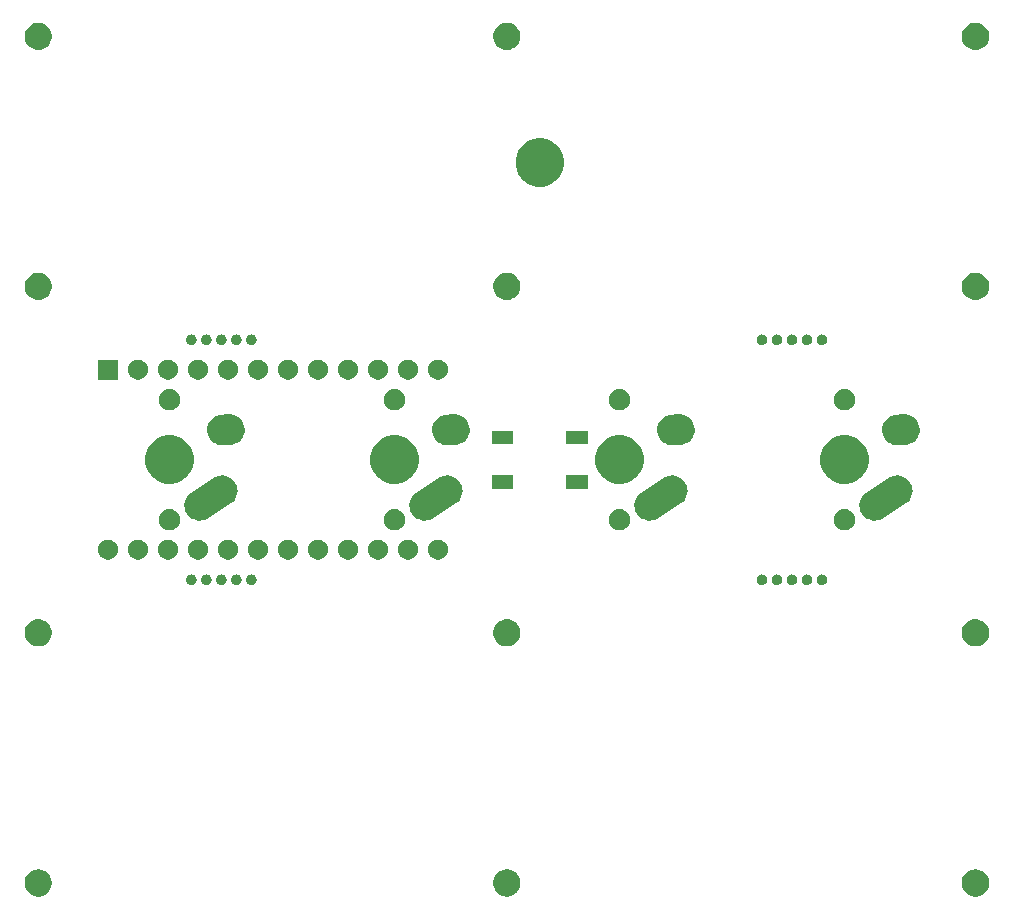
<source format=gbr>
G04 #@! TF.GenerationSoftware,KiCad,Pcbnew,(5.1.4-0-10_14)*
G04 #@! TF.CreationDate,2021-02-24T11:56:57-08:00*
G04 #@! TF.ProjectId,fourkey,666f7572-6b65-4792-9e6b-696361645f70,rev?*
G04 #@! TF.SameCoordinates,Original*
G04 #@! TF.FileFunction,Soldermask,Top*
G04 #@! TF.FilePolarity,Negative*
%FSLAX46Y46*%
G04 Gerber Fmt 4.6, Leading zero omitted, Abs format (unit mm)*
G04 Created by KiCad (PCBNEW (5.1.4-0-10_14)) date 2021-02-24 11:56:57*
%MOMM*%
%LPD*%
G04 APERTURE LIST*
%ADD10C,0.100000*%
G04 APERTURE END LIST*
D10*
G36*
X146068549Y-114219116D02*
G01*
X146179734Y-114241232D01*
X146389203Y-114327997D01*
X146577720Y-114453960D01*
X146738040Y-114614280D01*
X146864003Y-114802797D01*
X146950768Y-115012266D01*
X146995000Y-115234636D01*
X146995000Y-115461364D01*
X146950768Y-115683734D01*
X146864003Y-115893203D01*
X146738040Y-116081720D01*
X146577720Y-116242040D01*
X146389203Y-116368003D01*
X146179734Y-116454768D01*
X146068549Y-116476884D01*
X145957365Y-116499000D01*
X145730635Y-116499000D01*
X145619451Y-116476884D01*
X145508266Y-116454768D01*
X145298797Y-116368003D01*
X145110280Y-116242040D01*
X144949960Y-116081720D01*
X144823997Y-115893203D01*
X144737232Y-115683734D01*
X144693000Y-115461364D01*
X144693000Y-115234636D01*
X144737232Y-115012266D01*
X144823997Y-114802797D01*
X144949960Y-114614280D01*
X145110280Y-114453960D01*
X145298797Y-114327997D01*
X145508266Y-114241232D01*
X145619451Y-114219116D01*
X145730635Y-114197000D01*
X145957365Y-114197000D01*
X146068549Y-114219116D01*
X146068549Y-114219116D01*
G37*
G36*
X106396549Y-114219116D02*
G01*
X106507734Y-114241232D01*
X106717203Y-114327997D01*
X106905720Y-114453960D01*
X107066040Y-114614280D01*
X107192003Y-114802797D01*
X107278768Y-115012266D01*
X107323000Y-115234636D01*
X107323000Y-115461364D01*
X107278768Y-115683734D01*
X107192003Y-115893203D01*
X107066040Y-116081720D01*
X106905720Y-116242040D01*
X106717203Y-116368003D01*
X106507734Y-116454768D01*
X106396549Y-116476884D01*
X106285365Y-116499000D01*
X106058635Y-116499000D01*
X105947451Y-116476884D01*
X105836266Y-116454768D01*
X105626797Y-116368003D01*
X105438280Y-116242040D01*
X105277960Y-116081720D01*
X105151997Y-115893203D01*
X105065232Y-115683734D01*
X105021000Y-115461364D01*
X105021000Y-115234636D01*
X105065232Y-115012266D01*
X105151997Y-114802797D01*
X105277960Y-114614280D01*
X105438280Y-114453960D01*
X105626797Y-114327997D01*
X105836266Y-114241232D01*
X105947451Y-114219116D01*
X106058635Y-114197000D01*
X106285365Y-114197000D01*
X106396549Y-114219116D01*
X106396549Y-114219116D01*
G37*
G36*
X66724549Y-114219116D02*
G01*
X66835734Y-114241232D01*
X67045203Y-114327997D01*
X67233720Y-114453960D01*
X67394040Y-114614280D01*
X67520003Y-114802797D01*
X67606768Y-115012266D01*
X67651000Y-115234636D01*
X67651000Y-115461364D01*
X67606768Y-115683734D01*
X67520003Y-115893203D01*
X67394040Y-116081720D01*
X67233720Y-116242040D01*
X67045203Y-116368003D01*
X66835734Y-116454768D01*
X66724549Y-116476884D01*
X66613365Y-116499000D01*
X66386635Y-116499000D01*
X66275451Y-116476884D01*
X66164266Y-116454768D01*
X65954797Y-116368003D01*
X65766280Y-116242040D01*
X65605960Y-116081720D01*
X65479997Y-115893203D01*
X65393232Y-115683734D01*
X65349000Y-115461364D01*
X65349000Y-115234636D01*
X65393232Y-115012266D01*
X65479997Y-114802797D01*
X65605960Y-114614280D01*
X65766280Y-114453960D01*
X65954797Y-114327997D01*
X66164266Y-114241232D01*
X66275451Y-114219116D01*
X66386635Y-114197000D01*
X66613365Y-114197000D01*
X66724549Y-114219116D01*
X66724549Y-114219116D01*
G37*
G36*
X66724549Y-93041116D02*
G01*
X66835734Y-93063232D01*
X67045203Y-93149997D01*
X67233720Y-93275960D01*
X67394040Y-93436280D01*
X67520003Y-93624797D01*
X67606768Y-93834266D01*
X67651000Y-94056636D01*
X67651000Y-94283364D01*
X67606768Y-94505734D01*
X67520003Y-94715203D01*
X67394040Y-94903720D01*
X67233720Y-95064040D01*
X67045203Y-95190003D01*
X66835734Y-95276768D01*
X66724549Y-95298884D01*
X66613365Y-95321000D01*
X66386635Y-95321000D01*
X66275451Y-95298884D01*
X66164266Y-95276768D01*
X65954797Y-95190003D01*
X65766280Y-95064040D01*
X65605960Y-94903720D01*
X65479997Y-94715203D01*
X65393232Y-94505734D01*
X65349000Y-94283364D01*
X65349000Y-94056636D01*
X65393232Y-93834266D01*
X65479997Y-93624797D01*
X65605960Y-93436280D01*
X65766280Y-93275960D01*
X65954797Y-93149997D01*
X66164266Y-93063232D01*
X66275451Y-93041116D01*
X66386635Y-93019000D01*
X66613365Y-93019000D01*
X66724549Y-93041116D01*
X66724549Y-93041116D01*
G37*
G36*
X146068549Y-93041116D02*
G01*
X146179734Y-93063232D01*
X146389203Y-93149997D01*
X146577720Y-93275960D01*
X146738040Y-93436280D01*
X146864003Y-93624797D01*
X146950768Y-93834266D01*
X146995000Y-94056636D01*
X146995000Y-94283364D01*
X146950768Y-94505734D01*
X146864003Y-94715203D01*
X146738040Y-94903720D01*
X146577720Y-95064040D01*
X146389203Y-95190003D01*
X146179734Y-95276768D01*
X146068549Y-95298884D01*
X145957365Y-95321000D01*
X145730635Y-95321000D01*
X145619451Y-95298884D01*
X145508266Y-95276768D01*
X145298797Y-95190003D01*
X145110280Y-95064040D01*
X144949960Y-94903720D01*
X144823997Y-94715203D01*
X144737232Y-94505734D01*
X144693000Y-94283364D01*
X144693000Y-94056636D01*
X144737232Y-93834266D01*
X144823997Y-93624797D01*
X144949960Y-93436280D01*
X145110280Y-93275960D01*
X145298797Y-93149997D01*
X145508266Y-93063232D01*
X145619451Y-93041116D01*
X145730635Y-93019000D01*
X145957365Y-93019000D01*
X146068549Y-93041116D01*
X146068549Y-93041116D01*
G37*
G36*
X106396549Y-93041116D02*
G01*
X106507734Y-93063232D01*
X106717203Y-93149997D01*
X106905720Y-93275960D01*
X107066040Y-93436280D01*
X107192003Y-93624797D01*
X107278768Y-93834266D01*
X107323000Y-94056636D01*
X107323000Y-94283364D01*
X107278768Y-94505734D01*
X107192003Y-94715203D01*
X107066040Y-94903720D01*
X106905720Y-95064040D01*
X106717203Y-95190003D01*
X106507734Y-95276768D01*
X106396549Y-95298884D01*
X106285365Y-95321000D01*
X106058635Y-95321000D01*
X105947451Y-95298884D01*
X105836266Y-95276768D01*
X105626797Y-95190003D01*
X105438280Y-95064040D01*
X105277960Y-94903720D01*
X105151997Y-94715203D01*
X105065232Y-94505734D01*
X105021000Y-94283364D01*
X105021000Y-94056636D01*
X105065232Y-93834266D01*
X105151997Y-93624797D01*
X105277960Y-93436280D01*
X105438280Y-93275960D01*
X105626797Y-93149997D01*
X105836266Y-93063232D01*
X105947451Y-93041116D01*
X106058635Y-93019000D01*
X106285365Y-93019000D01*
X106396549Y-93041116D01*
X106396549Y-93041116D01*
G37*
G36*
X83399714Y-89234389D02*
G01*
X83480645Y-89267912D01*
X83553480Y-89316579D01*
X83615421Y-89378520D01*
X83664088Y-89451355D01*
X83697611Y-89532286D01*
X83714700Y-89618201D01*
X83714700Y-89705799D01*
X83697611Y-89791714D01*
X83664088Y-89872645D01*
X83615421Y-89945480D01*
X83553480Y-90007421D01*
X83480645Y-90056088D01*
X83480644Y-90056089D01*
X83480643Y-90056089D01*
X83399714Y-90089611D01*
X83313801Y-90106700D01*
X83226199Y-90106700D01*
X83140286Y-90089611D01*
X83059357Y-90056089D01*
X83059356Y-90056089D01*
X83059355Y-90056088D01*
X82986520Y-90007421D01*
X82924579Y-89945480D01*
X82875912Y-89872645D01*
X82842389Y-89791714D01*
X82825300Y-89705799D01*
X82825300Y-89618201D01*
X82842389Y-89532286D01*
X82875912Y-89451355D01*
X82924579Y-89378520D01*
X82986520Y-89316579D01*
X83059355Y-89267912D01*
X83140286Y-89234389D01*
X83226199Y-89217300D01*
X83313801Y-89217300D01*
X83399714Y-89234389D01*
X83399714Y-89234389D01*
G37*
G36*
X82129714Y-89234389D02*
G01*
X82210645Y-89267912D01*
X82283480Y-89316579D01*
X82345421Y-89378520D01*
X82394088Y-89451355D01*
X82427611Y-89532286D01*
X82444700Y-89618201D01*
X82444700Y-89705799D01*
X82427611Y-89791714D01*
X82394088Y-89872645D01*
X82345421Y-89945480D01*
X82283480Y-90007421D01*
X82210645Y-90056088D01*
X82210644Y-90056089D01*
X82210643Y-90056089D01*
X82129714Y-90089611D01*
X82043801Y-90106700D01*
X81956199Y-90106700D01*
X81870286Y-90089611D01*
X81789357Y-90056089D01*
X81789356Y-90056089D01*
X81789355Y-90056088D01*
X81716520Y-90007421D01*
X81654579Y-89945480D01*
X81605912Y-89872645D01*
X81572389Y-89791714D01*
X81555300Y-89705799D01*
X81555300Y-89618201D01*
X81572389Y-89532286D01*
X81605912Y-89451355D01*
X81654579Y-89378520D01*
X81716520Y-89316579D01*
X81789355Y-89267912D01*
X81870286Y-89234389D01*
X81956199Y-89217300D01*
X82043801Y-89217300D01*
X82129714Y-89234389D01*
X82129714Y-89234389D01*
G37*
G36*
X80859714Y-89234389D02*
G01*
X80940645Y-89267912D01*
X81013480Y-89316579D01*
X81075421Y-89378520D01*
X81124088Y-89451355D01*
X81157611Y-89532286D01*
X81174700Y-89618201D01*
X81174700Y-89705799D01*
X81157611Y-89791714D01*
X81124088Y-89872645D01*
X81075421Y-89945480D01*
X81013480Y-90007421D01*
X80940645Y-90056088D01*
X80940644Y-90056089D01*
X80940643Y-90056089D01*
X80859714Y-90089611D01*
X80773801Y-90106700D01*
X80686199Y-90106700D01*
X80600286Y-90089611D01*
X80519357Y-90056089D01*
X80519356Y-90056089D01*
X80519355Y-90056088D01*
X80446520Y-90007421D01*
X80384579Y-89945480D01*
X80335912Y-89872645D01*
X80302389Y-89791714D01*
X80285300Y-89705799D01*
X80285300Y-89618201D01*
X80302389Y-89532286D01*
X80335912Y-89451355D01*
X80384579Y-89378520D01*
X80446520Y-89316579D01*
X80519355Y-89267912D01*
X80600286Y-89234389D01*
X80686199Y-89217300D01*
X80773801Y-89217300D01*
X80859714Y-89234389D01*
X80859714Y-89234389D01*
G37*
G36*
X79589714Y-89234389D02*
G01*
X79670645Y-89267912D01*
X79743480Y-89316579D01*
X79805421Y-89378520D01*
X79854088Y-89451355D01*
X79887611Y-89532286D01*
X79904700Y-89618201D01*
X79904700Y-89705799D01*
X79887611Y-89791714D01*
X79854088Y-89872645D01*
X79805421Y-89945480D01*
X79743480Y-90007421D01*
X79670645Y-90056088D01*
X79670644Y-90056089D01*
X79670643Y-90056089D01*
X79589714Y-90089611D01*
X79503801Y-90106700D01*
X79416199Y-90106700D01*
X79330286Y-90089611D01*
X79249357Y-90056089D01*
X79249356Y-90056089D01*
X79249355Y-90056088D01*
X79176520Y-90007421D01*
X79114579Y-89945480D01*
X79065912Y-89872645D01*
X79032389Y-89791714D01*
X79015300Y-89705799D01*
X79015300Y-89618201D01*
X79032389Y-89532286D01*
X79065912Y-89451355D01*
X79114579Y-89378520D01*
X79176520Y-89316579D01*
X79249355Y-89267912D01*
X79330286Y-89234389D01*
X79416199Y-89217300D01*
X79503801Y-89217300D01*
X79589714Y-89234389D01*
X79589714Y-89234389D01*
G37*
G36*
X84669714Y-89234389D02*
G01*
X84750645Y-89267912D01*
X84823480Y-89316579D01*
X84885421Y-89378520D01*
X84934088Y-89451355D01*
X84967611Y-89532286D01*
X84984700Y-89618201D01*
X84984700Y-89705799D01*
X84967611Y-89791714D01*
X84934088Y-89872645D01*
X84885421Y-89945480D01*
X84823480Y-90007421D01*
X84750645Y-90056088D01*
X84750644Y-90056089D01*
X84750643Y-90056089D01*
X84669714Y-90089611D01*
X84583801Y-90106700D01*
X84496199Y-90106700D01*
X84410286Y-90089611D01*
X84329357Y-90056089D01*
X84329356Y-90056089D01*
X84329355Y-90056088D01*
X84256520Y-90007421D01*
X84194579Y-89945480D01*
X84145912Y-89872645D01*
X84112389Y-89791714D01*
X84095300Y-89705799D01*
X84095300Y-89618201D01*
X84112389Y-89532286D01*
X84145912Y-89451355D01*
X84194579Y-89378520D01*
X84256520Y-89316579D01*
X84329355Y-89267912D01*
X84410286Y-89234389D01*
X84496199Y-89217300D01*
X84583801Y-89217300D01*
X84669714Y-89234389D01*
X84669714Y-89234389D01*
G37*
G36*
X130431714Y-89234389D02*
G01*
X130512645Y-89267912D01*
X130585480Y-89316579D01*
X130647421Y-89378520D01*
X130696088Y-89451355D01*
X130729611Y-89532286D01*
X130746700Y-89618201D01*
X130746700Y-89705799D01*
X130729611Y-89791714D01*
X130696088Y-89872645D01*
X130647421Y-89945480D01*
X130585480Y-90007421D01*
X130512645Y-90056088D01*
X130512644Y-90056089D01*
X130512643Y-90056089D01*
X130431714Y-90089611D01*
X130345801Y-90106700D01*
X130258199Y-90106700D01*
X130172286Y-90089611D01*
X130091357Y-90056089D01*
X130091356Y-90056089D01*
X130091355Y-90056088D01*
X130018520Y-90007421D01*
X129956579Y-89945480D01*
X129907912Y-89872645D01*
X129874389Y-89791714D01*
X129857300Y-89705799D01*
X129857300Y-89618201D01*
X129874389Y-89532286D01*
X129907912Y-89451355D01*
X129956579Y-89378520D01*
X130018520Y-89316579D01*
X130091355Y-89267912D01*
X130172286Y-89234389D01*
X130258199Y-89217300D01*
X130345801Y-89217300D01*
X130431714Y-89234389D01*
X130431714Y-89234389D01*
G37*
G36*
X129161714Y-89234389D02*
G01*
X129242645Y-89267912D01*
X129315480Y-89316579D01*
X129377421Y-89378520D01*
X129426088Y-89451355D01*
X129459611Y-89532286D01*
X129476700Y-89618201D01*
X129476700Y-89705799D01*
X129459611Y-89791714D01*
X129426088Y-89872645D01*
X129377421Y-89945480D01*
X129315480Y-90007421D01*
X129242645Y-90056088D01*
X129242644Y-90056089D01*
X129242643Y-90056089D01*
X129161714Y-90089611D01*
X129075801Y-90106700D01*
X128988199Y-90106700D01*
X128902286Y-90089611D01*
X128821357Y-90056089D01*
X128821356Y-90056089D01*
X128821355Y-90056088D01*
X128748520Y-90007421D01*
X128686579Y-89945480D01*
X128637912Y-89872645D01*
X128604389Y-89791714D01*
X128587300Y-89705799D01*
X128587300Y-89618201D01*
X128604389Y-89532286D01*
X128637912Y-89451355D01*
X128686579Y-89378520D01*
X128748520Y-89316579D01*
X128821355Y-89267912D01*
X128902286Y-89234389D01*
X128988199Y-89217300D01*
X129075801Y-89217300D01*
X129161714Y-89234389D01*
X129161714Y-89234389D01*
G37*
G36*
X127891714Y-89234389D02*
G01*
X127972645Y-89267912D01*
X128045480Y-89316579D01*
X128107421Y-89378520D01*
X128156088Y-89451355D01*
X128189611Y-89532286D01*
X128206700Y-89618201D01*
X128206700Y-89705799D01*
X128189611Y-89791714D01*
X128156088Y-89872645D01*
X128107421Y-89945480D01*
X128045480Y-90007421D01*
X127972645Y-90056088D01*
X127972644Y-90056089D01*
X127972643Y-90056089D01*
X127891714Y-90089611D01*
X127805801Y-90106700D01*
X127718199Y-90106700D01*
X127632286Y-90089611D01*
X127551357Y-90056089D01*
X127551356Y-90056089D01*
X127551355Y-90056088D01*
X127478520Y-90007421D01*
X127416579Y-89945480D01*
X127367912Y-89872645D01*
X127334389Y-89791714D01*
X127317300Y-89705799D01*
X127317300Y-89618201D01*
X127334389Y-89532286D01*
X127367912Y-89451355D01*
X127416579Y-89378520D01*
X127478520Y-89316579D01*
X127551355Y-89267912D01*
X127632286Y-89234389D01*
X127718199Y-89217300D01*
X127805801Y-89217300D01*
X127891714Y-89234389D01*
X127891714Y-89234389D01*
G37*
G36*
X131701714Y-89234389D02*
G01*
X131782645Y-89267912D01*
X131855480Y-89316579D01*
X131917421Y-89378520D01*
X131966088Y-89451355D01*
X131999611Y-89532286D01*
X132016700Y-89618201D01*
X132016700Y-89705799D01*
X131999611Y-89791714D01*
X131966088Y-89872645D01*
X131917421Y-89945480D01*
X131855480Y-90007421D01*
X131782645Y-90056088D01*
X131782644Y-90056089D01*
X131782643Y-90056089D01*
X131701714Y-90089611D01*
X131615801Y-90106700D01*
X131528199Y-90106700D01*
X131442286Y-90089611D01*
X131361357Y-90056089D01*
X131361356Y-90056089D01*
X131361355Y-90056088D01*
X131288520Y-90007421D01*
X131226579Y-89945480D01*
X131177912Y-89872645D01*
X131144389Y-89791714D01*
X131127300Y-89705799D01*
X131127300Y-89618201D01*
X131144389Y-89532286D01*
X131177912Y-89451355D01*
X131226579Y-89378520D01*
X131288520Y-89316579D01*
X131361355Y-89267912D01*
X131442286Y-89234389D01*
X131528199Y-89217300D01*
X131615801Y-89217300D01*
X131701714Y-89234389D01*
X131701714Y-89234389D01*
G37*
G36*
X132971714Y-89234389D02*
G01*
X133052645Y-89267912D01*
X133125480Y-89316579D01*
X133187421Y-89378520D01*
X133236088Y-89451355D01*
X133269611Y-89532286D01*
X133286700Y-89618201D01*
X133286700Y-89705799D01*
X133269611Y-89791714D01*
X133236088Y-89872645D01*
X133187421Y-89945480D01*
X133125480Y-90007421D01*
X133052645Y-90056088D01*
X133052644Y-90056089D01*
X133052643Y-90056089D01*
X132971714Y-90089611D01*
X132885801Y-90106700D01*
X132798199Y-90106700D01*
X132712286Y-90089611D01*
X132631357Y-90056089D01*
X132631356Y-90056089D01*
X132631355Y-90056088D01*
X132558520Y-90007421D01*
X132496579Y-89945480D01*
X132447912Y-89872645D01*
X132414389Y-89791714D01*
X132397300Y-89705799D01*
X132397300Y-89618201D01*
X132414389Y-89532286D01*
X132447912Y-89451355D01*
X132496579Y-89378520D01*
X132558520Y-89316579D01*
X132631355Y-89267912D01*
X132712286Y-89234389D01*
X132798199Y-89217300D01*
X132885801Y-89217300D01*
X132971714Y-89234389D01*
X132971714Y-89234389D01*
G37*
G36*
X90418228Y-86303703D02*
G01*
X90573100Y-86367853D01*
X90712481Y-86460985D01*
X90831015Y-86579519D01*
X90924147Y-86718900D01*
X90988297Y-86873772D01*
X91021000Y-87038184D01*
X91021000Y-87205816D01*
X90988297Y-87370228D01*
X90924147Y-87525100D01*
X90831015Y-87664481D01*
X90712481Y-87783015D01*
X90573100Y-87876147D01*
X90418228Y-87940297D01*
X90253816Y-87973000D01*
X90086184Y-87973000D01*
X89921772Y-87940297D01*
X89766900Y-87876147D01*
X89627519Y-87783015D01*
X89508985Y-87664481D01*
X89415853Y-87525100D01*
X89351703Y-87370228D01*
X89319000Y-87205816D01*
X89319000Y-87038184D01*
X89351703Y-86873772D01*
X89415853Y-86718900D01*
X89508985Y-86579519D01*
X89627519Y-86460985D01*
X89766900Y-86367853D01*
X89921772Y-86303703D01*
X90086184Y-86271000D01*
X90253816Y-86271000D01*
X90418228Y-86303703D01*
X90418228Y-86303703D01*
G37*
G36*
X100578228Y-86303703D02*
G01*
X100733100Y-86367853D01*
X100872481Y-86460985D01*
X100991015Y-86579519D01*
X101084147Y-86718900D01*
X101148297Y-86873772D01*
X101181000Y-87038184D01*
X101181000Y-87205816D01*
X101148297Y-87370228D01*
X101084147Y-87525100D01*
X100991015Y-87664481D01*
X100872481Y-87783015D01*
X100733100Y-87876147D01*
X100578228Y-87940297D01*
X100413816Y-87973000D01*
X100246184Y-87973000D01*
X100081772Y-87940297D01*
X99926900Y-87876147D01*
X99787519Y-87783015D01*
X99668985Y-87664481D01*
X99575853Y-87525100D01*
X99511703Y-87370228D01*
X99479000Y-87205816D01*
X99479000Y-87038184D01*
X99511703Y-86873772D01*
X99575853Y-86718900D01*
X99668985Y-86579519D01*
X99787519Y-86460985D01*
X99926900Y-86367853D01*
X100081772Y-86303703D01*
X100246184Y-86271000D01*
X100413816Y-86271000D01*
X100578228Y-86303703D01*
X100578228Y-86303703D01*
G37*
G36*
X98038228Y-86303703D02*
G01*
X98193100Y-86367853D01*
X98332481Y-86460985D01*
X98451015Y-86579519D01*
X98544147Y-86718900D01*
X98608297Y-86873772D01*
X98641000Y-87038184D01*
X98641000Y-87205816D01*
X98608297Y-87370228D01*
X98544147Y-87525100D01*
X98451015Y-87664481D01*
X98332481Y-87783015D01*
X98193100Y-87876147D01*
X98038228Y-87940297D01*
X97873816Y-87973000D01*
X97706184Y-87973000D01*
X97541772Y-87940297D01*
X97386900Y-87876147D01*
X97247519Y-87783015D01*
X97128985Y-87664481D01*
X97035853Y-87525100D01*
X96971703Y-87370228D01*
X96939000Y-87205816D01*
X96939000Y-87038184D01*
X96971703Y-86873772D01*
X97035853Y-86718900D01*
X97128985Y-86579519D01*
X97247519Y-86460985D01*
X97386900Y-86367853D01*
X97541772Y-86303703D01*
X97706184Y-86271000D01*
X97873816Y-86271000D01*
X98038228Y-86303703D01*
X98038228Y-86303703D01*
G37*
G36*
X95498228Y-86303703D02*
G01*
X95653100Y-86367853D01*
X95792481Y-86460985D01*
X95911015Y-86579519D01*
X96004147Y-86718900D01*
X96068297Y-86873772D01*
X96101000Y-87038184D01*
X96101000Y-87205816D01*
X96068297Y-87370228D01*
X96004147Y-87525100D01*
X95911015Y-87664481D01*
X95792481Y-87783015D01*
X95653100Y-87876147D01*
X95498228Y-87940297D01*
X95333816Y-87973000D01*
X95166184Y-87973000D01*
X95001772Y-87940297D01*
X94846900Y-87876147D01*
X94707519Y-87783015D01*
X94588985Y-87664481D01*
X94495853Y-87525100D01*
X94431703Y-87370228D01*
X94399000Y-87205816D01*
X94399000Y-87038184D01*
X94431703Y-86873772D01*
X94495853Y-86718900D01*
X94588985Y-86579519D01*
X94707519Y-86460985D01*
X94846900Y-86367853D01*
X95001772Y-86303703D01*
X95166184Y-86271000D01*
X95333816Y-86271000D01*
X95498228Y-86303703D01*
X95498228Y-86303703D01*
G37*
G36*
X80258228Y-86303703D02*
G01*
X80413100Y-86367853D01*
X80552481Y-86460985D01*
X80671015Y-86579519D01*
X80764147Y-86718900D01*
X80828297Y-86873772D01*
X80861000Y-87038184D01*
X80861000Y-87205816D01*
X80828297Y-87370228D01*
X80764147Y-87525100D01*
X80671015Y-87664481D01*
X80552481Y-87783015D01*
X80413100Y-87876147D01*
X80258228Y-87940297D01*
X80093816Y-87973000D01*
X79926184Y-87973000D01*
X79761772Y-87940297D01*
X79606900Y-87876147D01*
X79467519Y-87783015D01*
X79348985Y-87664481D01*
X79255853Y-87525100D01*
X79191703Y-87370228D01*
X79159000Y-87205816D01*
X79159000Y-87038184D01*
X79191703Y-86873772D01*
X79255853Y-86718900D01*
X79348985Y-86579519D01*
X79467519Y-86460985D01*
X79606900Y-86367853D01*
X79761772Y-86303703D01*
X79926184Y-86271000D01*
X80093816Y-86271000D01*
X80258228Y-86303703D01*
X80258228Y-86303703D01*
G37*
G36*
X82798228Y-86303703D02*
G01*
X82953100Y-86367853D01*
X83092481Y-86460985D01*
X83211015Y-86579519D01*
X83304147Y-86718900D01*
X83368297Y-86873772D01*
X83401000Y-87038184D01*
X83401000Y-87205816D01*
X83368297Y-87370228D01*
X83304147Y-87525100D01*
X83211015Y-87664481D01*
X83092481Y-87783015D01*
X82953100Y-87876147D01*
X82798228Y-87940297D01*
X82633816Y-87973000D01*
X82466184Y-87973000D01*
X82301772Y-87940297D01*
X82146900Y-87876147D01*
X82007519Y-87783015D01*
X81888985Y-87664481D01*
X81795853Y-87525100D01*
X81731703Y-87370228D01*
X81699000Y-87205816D01*
X81699000Y-87038184D01*
X81731703Y-86873772D01*
X81795853Y-86718900D01*
X81888985Y-86579519D01*
X82007519Y-86460985D01*
X82146900Y-86367853D01*
X82301772Y-86303703D01*
X82466184Y-86271000D01*
X82633816Y-86271000D01*
X82798228Y-86303703D01*
X82798228Y-86303703D01*
G37*
G36*
X85338228Y-86303703D02*
G01*
X85493100Y-86367853D01*
X85632481Y-86460985D01*
X85751015Y-86579519D01*
X85844147Y-86718900D01*
X85908297Y-86873772D01*
X85941000Y-87038184D01*
X85941000Y-87205816D01*
X85908297Y-87370228D01*
X85844147Y-87525100D01*
X85751015Y-87664481D01*
X85632481Y-87783015D01*
X85493100Y-87876147D01*
X85338228Y-87940297D01*
X85173816Y-87973000D01*
X85006184Y-87973000D01*
X84841772Y-87940297D01*
X84686900Y-87876147D01*
X84547519Y-87783015D01*
X84428985Y-87664481D01*
X84335853Y-87525100D01*
X84271703Y-87370228D01*
X84239000Y-87205816D01*
X84239000Y-87038184D01*
X84271703Y-86873772D01*
X84335853Y-86718900D01*
X84428985Y-86579519D01*
X84547519Y-86460985D01*
X84686900Y-86367853D01*
X84841772Y-86303703D01*
X85006184Y-86271000D01*
X85173816Y-86271000D01*
X85338228Y-86303703D01*
X85338228Y-86303703D01*
G37*
G36*
X87878228Y-86303703D02*
G01*
X88033100Y-86367853D01*
X88172481Y-86460985D01*
X88291015Y-86579519D01*
X88384147Y-86718900D01*
X88448297Y-86873772D01*
X88481000Y-87038184D01*
X88481000Y-87205816D01*
X88448297Y-87370228D01*
X88384147Y-87525100D01*
X88291015Y-87664481D01*
X88172481Y-87783015D01*
X88033100Y-87876147D01*
X87878228Y-87940297D01*
X87713816Y-87973000D01*
X87546184Y-87973000D01*
X87381772Y-87940297D01*
X87226900Y-87876147D01*
X87087519Y-87783015D01*
X86968985Y-87664481D01*
X86875853Y-87525100D01*
X86811703Y-87370228D01*
X86779000Y-87205816D01*
X86779000Y-87038184D01*
X86811703Y-86873772D01*
X86875853Y-86718900D01*
X86968985Y-86579519D01*
X87087519Y-86460985D01*
X87226900Y-86367853D01*
X87381772Y-86303703D01*
X87546184Y-86271000D01*
X87713816Y-86271000D01*
X87878228Y-86303703D01*
X87878228Y-86303703D01*
G37*
G36*
X72638228Y-86303703D02*
G01*
X72793100Y-86367853D01*
X72932481Y-86460985D01*
X73051015Y-86579519D01*
X73144147Y-86718900D01*
X73208297Y-86873772D01*
X73241000Y-87038184D01*
X73241000Y-87205816D01*
X73208297Y-87370228D01*
X73144147Y-87525100D01*
X73051015Y-87664481D01*
X72932481Y-87783015D01*
X72793100Y-87876147D01*
X72638228Y-87940297D01*
X72473816Y-87973000D01*
X72306184Y-87973000D01*
X72141772Y-87940297D01*
X71986900Y-87876147D01*
X71847519Y-87783015D01*
X71728985Y-87664481D01*
X71635853Y-87525100D01*
X71571703Y-87370228D01*
X71539000Y-87205816D01*
X71539000Y-87038184D01*
X71571703Y-86873772D01*
X71635853Y-86718900D01*
X71728985Y-86579519D01*
X71847519Y-86460985D01*
X71986900Y-86367853D01*
X72141772Y-86303703D01*
X72306184Y-86271000D01*
X72473816Y-86271000D01*
X72638228Y-86303703D01*
X72638228Y-86303703D01*
G37*
G36*
X75178228Y-86303703D02*
G01*
X75333100Y-86367853D01*
X75472481Y-86460985D01*
X75591015Y-86579519D01*
X75684147Y-86718900D01*
X75748297Y-86873772D01*
X75781000Y-87038184D01*
X75781000Y-87205816D01*
X75748297Y-87370228D01*
X75684147Y-87525100D01*
X75591015Y-87664481D01*
X75472481Y-87783015D01*
X75333100Y-87876147D01*
X75178228Y-87940297D01*
X75013816Y-87973000D01*
X74846184Y-87973000D01*
X74681772Y-87940297D01*
X74526900Y-87876147D01*
X74387519Y-87783015D01*
X74268985Y-87664481D01*
X74175853Y-87525100D01*
X74111703Y-87370228D01*
X74079000Y-87205816D01*
X74079000Y-87038184D01*
X74111703Y-86873772D01*
X74175853Y-86718900D01*
X74268985Y-86579519D01*
X74387519Y-86460985D01*
X74526900Y-86367853D01*
X74681772Y-86303703D01*
X74846184Y-86271000D01*
X75013816Y-86271000D01*
X75178228Y-86303703D01*
X75178228Y-86303703D01*
G37*
G36*
X77718228Y-86303703D02*
G01*
X77873100Y-86367853D01*
X78012481Y-86460985D01*
X78131015Y-86579519D01*
X78224147Y-86718900D01*
X78288297Y-86873772D01*
X78321000Y-87038184D01*
X78321000Y-87205816D01*
X78288297Y-87370228D01*
X78224147Y-87525100D01*
X78131015Y-87664481D01*
X78012481Y-87783015D01*
X77873100Y-87876147D01*
X77718228Y-87940297D01*
X77553816Y-87973000D01*
X77386184Y-87973000D01*
X77221772Y-87940297D01*
X77066900Y-87876147D01*
X76927519Y-87783015D01*
X76808985Y-87664481D01*
X76715853Y-87525100D01*
X76651703Y-87370228D01*
X76619000Y-87205816D01*
X76619000Y-87038184D01*
X76651703Y-86873772D01*
X76715853Y-86718900D01*
X76808985Y-86579519D01*
X76927519Y-86460985D01*
X77066900Y-86367853D01*
X77221772Y-86303703D01*
X77386184Y-86271000D01*
X77553816Y-86271000D01*
X77718228Y-86303703D01*
X77718228Y-86303703D01*
G37*
G36*
X92958228Y-86303703D02*
G01*
X93113100Y-86367853D01*
X93252481Y-86460985D01*
X93371015Y-86579519D01*
X93464147Y-86718900D01*
X93528297Y-86873772D01*
X93561000Y-87038184D01*
X93561000Y-87205816D01*
X93528297Y-87370228D01*
X93464147Y-87525100D01*
X93371015Y-87664481D01*
X93252481Y-87783015D01*
X93113100Y-87876147D01*
X92958228Y-87940297D01*
X92793816Y-87973000D01*
X92626184Y-87973000D01*
X92461772Y-87940297D01*
X92306900Y-87876147D01*
X92167519Y-87783015D01*
X92048985Y-87664481D01*
X91955853Y-87525100D01*
X91891703Y-87370228D01*
X91859000Y-87205816D01*
X91859000Y-87038184D01*
X91891703Y-86873772D01*
X91955853Y-86718900D01*
X92048985Y-86579519D01*
X92167519Y-86460985D01*
X92306900Y-86367853D01*
X92461772Y-86303703D01*
X92626184Y-86271000D01*
X92793816Y-86271000D01*
X92958228Y-86303703D01*
X92958228Y-86303703D01*
G37*
G36*
X77772952Y-83697429D02*
G01*
X77860075Y-83714759D01*
X77969498Y-83760084D01*
X78024211Y-83782747D01*
X78102825Y-83835275D01*
X78171928Y-83881448D01*
X78297552Y-84007072D01*
X78297554Y-84007075D01*
X78396253Y-84154789D01*
X78396253Y-84154790D01*
X78464241Y-84318925D01*
X78498900Y-84493171D01*
X78498900Y-84670829D01*
X78464241Y-84845075D01*
X78418916Y-84954498D01*
X78396253Y-85009211D01*
X78298217Y-85155933D01*
X78297552Y-85156928D01*
X78171928Y-85282552D01*
X78171925Y-85282554D01*
X78024211Y-85381253D01*
X77969498Y-85403916D01*
X77860075Y-85449241D01*
X77772952Y-85466571D01*
X77685831Y-85483900D01*
X77508169Y-85483900D01*
X77421048Y-85466571D01*
X77333925Y-85449241D01*
X77224502Y-85403916D01*
X77169789Y-85381253D01*
X77022075Y-85282554D01*
X77022072Y-85282552D01*
X76896448Y-85156928D01*
X76895783Y-85155933D01*
X76797747Y-85009211D01*
X76775084Y-84954498D01*
X76729759Y-84845075D01*
X76695100Y-84670829D01*
X76695100Y-84493171D01*
X76729759Y-84318925D01*
X76797747Y-84154790D01*
X76797747Y-84154789D01*
X76896446Y-84007075D01*
X76896448Y-84007072D01*
X77022072Y-83881448D01*
X77091175Y-83835275D01*
X77169789Y-83782747D01*
X77224502Y-83760084D01*
X77333925Y-83714759D01*
X77421048Y-83697429D01*
X77508169Y-83680100D01*
X77685831Y-83680100D01*
X77772952Y-83697429D01*
X77772952Y-83697429D01*
G37*
G36*
X134922952Y-83697429D02*
G01*
X135010075Y-83714759D01*
X135119498Y-83760084D01*
X135174211Y-83782747D01*
X135252825Y-83835275D01*
X135321928Y-83881448D01*
X135447552Y-84007072D01*
X135447554Y-84007075D01*
X135546253Y-84154789D01*
X135546253Y-84154790D01*
X135614241Y-84318925D01*
X135648900Y-84493171D01*
X135648900Y-84670829D01*
X135614241Y-84845075D01*
X135568916Y-84954498D01*
X135546253Y-85009211D01*
X135448217Y-85155933D01*
X135447552Y-85156928D01*
X135321928Y-85282552D01*
X135321925Y-85282554D01*
X135174211Y-85381253D01*
X135119498Y-85403916D01*
X135010075Y-85449241D01*
X134922952Y-85466571D01*
X134835831Y-85483900D01*
X134658169Y-85483900D01*
X134571048Y-85466571D01*
X134483925Y-85449241D01*
X134374502Y-85403916D01*
X134319789Y-85381253D01*
X134172075Y-85282554D01*
X134172072Y-85282552D01*
X134046448Y-85156928D01*
X134045783Y-85155933D01*
X133947747Y-85009211D01*
X133925084Y-84954498D01*
X133879759Y-84845075D01*
X133845100Y-84670829D01*
X133845100Y-84493171D01*
X133879759Y-84318925D01*
X133947747Y-84154790D01*
X133947747Y-84154789D01*
X134046446Y-84007075D01*
X134046448Y-84007072D01*
X134172072Y-83881448D01*
X134241175Y-83835275D01*
X134319789Y-83782747D01*
X134374502Y-83760084D01*
X134483925Y-83714759D01*
X134571048Y-83697429D01*
X134658169Y-83680100D01*
X134835831Y-83680100D01*
X134922952Y-83697429D01*
X134922952Y-83697429D01*
G37*
G36*
X115872952Y-83697429D02*
G01*
X115960075Y-83714759D01*
X116069498Y-83760084D01*
X116124211Y-83782747D01*
X116202825Y-83835275D01*
X116271928Y-83881448D01*
X116397552Y-84007072D01*
X116397554Y-84007075D01*
X116496253Y-84154789D01*
X116496253Y-84154790D01*
X116564241Y-84318925D01*
X116598900Y-84493171D01*
X116598900Y-84670829D01*
X116564241Y-84845075D01*
X116518916Y-84954498D01*
X116496253Y-85009211D01*
X116398217Y-85155933D01*
X116397552Y-85156928D01*
X116271928Y-85282552D01*
X116271925Y-85282554D01*
X116124211Y-85381253D01*
X116069498Y-85403916D01*
X115960075Y-85449241D01*
X115872952Y-85466571D01*
X115785831Y-85483900D01*
X115608169Y-85483900D01*
X115521048Y-85466571D01*
X115433925Y-85449241D01*
X115324502Y-85403916D01*
X115269789Y-85381253D01*
X115122075Y-85282554D01*
X115122072Y-85282552D01*
X114996448Y-85156928D01*
X114995783Y-85155933D01*
X114897747Y-85009211D01*
X114875084Y-84954498D01*
X114829759Y-84845075D01*
X114795100Y-84670829D01*
X114795100Y-84493171D01*
X114829759Y-84318925D01*
X114897747Y-84154790D01*
X114897747Y-84154789D01*
X114996446Y-84007075D01*
X114996448Y-84007072D01*
X115122072Y-83881448D01*
X115191175Y-83835275D01*
X115269789Y-83782747D01*
X115324502Y-83760084D01*
X115433925Y-83714759D01*
X115521048Y-83697429D01*
X115608169Y-83680100D01*
X115785831Y-83680100D01*
X115872952Y-83697429D01*
X115872952Y-83697429D01*
G37*
G36*
X96822952Y-83697429D02*
G01*
X96910075Y-83714759D01*
X97019498Y-83760084D01*
X97074211Y-83782747D01*
X97152825Y-83835275D01*
X97221928Y-83881448D01*
X97347552Y-84007072D01*
X97347554Y-84007075D01*
X97446253Y-84154789D01*
X97446253Y-84154790D01*
X97514241Y-84318925D01*
X97548900Y-84493171D01*
X97548900Y-84670829D01*
X97514241Y-84845075D01*
X97468916Y-84954498D01*
X97446253Y-85009211D01*
X97348217Y-85155933D01*
X97347552Y-85156928D01*
X97221928Y-85282552D01*
X97221925Y-85282554D01*
X97074211Y-85381253D01*
X97019498Y-85403916D01*
X96910075Y-85449241D01*
X96822952Y-85466571D01*
X96735831Y-85483900D01*
X96558169Y-85483900D01*
X96471048Y-85466571D01*
X96383925Y-85449241D01*
X96274502Y-85403916D01*
X96219789Y-85381253D01*
X96072075Y-85282554D01*
X96072072Y-85282552D01*
X95946448Y-85156928D01*
X95945783Y-85155933D01*
X95847747Y-85009211D01*
X95825084Y-84954498D01*
X95779759Y-84845075D01*
X95745100Y-84670829D01*
X95745100Y-84493171D01*
X95779759Y-84318925D01*
X95847747Y-84154790D01*
X95847747Y-84154789D01*
X95946446Y-84007075D01*
X95946448Y-84007072D01*
X96072072Y-83881448D01*
X96141175Y-83835275D01*
X96219789Y-83782747D01*
X96274502Y-83760084D01*
X96383925Y-83714759D01*
X96471048Y-83697429D01*
X96558169Y-83680100D01*
X96735831Y-83680100D01*
X96822952Y-83697429D01*
X96822952Y-83697429D01*
G37*
G36*
X82348761Y-80876232D02*
G01*
X82348764Y-80876233D01*
X82592322Y-80955957D01*
X82815647Y-81081666D01*
X83010157Y-81248528D01*
X83168375Y-81450130D01*
X83284223Y-81678725D01*
X83340867Y-81881264D01*
X83353247Y-81925529D01*
X83372797Y-82181059D01*
X83342121Y-82435485D01*
X83262394Y-82679052D01*
X83136688Y-82902370D01*
X83136687Y-82902371D01*
X82969825Y-83096881D01*
X82818738Y-83215455D01*
X80813315Y-84493050D01*
X80727656Y-84536460D01*
X80641999Y-84579870D01*
X80588059Y-84594955D01*
X80395194Y-84648895D01*
X80139667Y-84668444D01*
X80139666Y-84668444D01*
X79885239Y-84637768D01*
X79878889Y-84635689D01*
X79641678Y-84558043D01*
X79526216Y-84493050D01*
X79418350Y-84432333D01*
X79223846Y-84265476D01*
X79203129Y-84239078D01*
X79065625Y-84063870D01*
X79036842Y-84007075D01*
X78949778Y-83835278D01*
X78949777Y-83835275D01*
X78880752Y-83588471D01*
X78861203Y-83332944D01*
X78861203Y-83332943D01*
X78891879Y-83078516D01*
X78949537Y-82902370D01*
X78971604Y-82834955D01*
X79059361Y-82679052D01*
X79097314Y-82611627D01*
X79264174Y-82417120D01*
X79361750Y-82340543D01*
X79415262Y-82298546D01*
X81420684Y-81020950D01*
X81548931Y-80955957D01*
X81592000Y-80934130D01*
X81645940Y-80919045D01*
X81838805Y-80865105D01*
X82094333Y-80845556D01*
X82094334Y-80845556D01*
X82348761Y-80876232D01*
X82348761Y-80876232D01*
G37*
G36*
X120448761Y-80876232D02*
G01*
X120448764Y-80876233D01*
X120692322Y-80955957D01*
X120915647Y-81081666D01*
X121110157Y-81248528D01*
X121268375Y-81450130D01*
X121384223Y-81678725D01*
X121440867Y-81881264D01*
X121453247Y-81925529D01*
X121472797Y-82181059D01*
X121442121Y-82435485D01*
X121362394Y-82679052D01*
X121236688Y-82902370D01*
X121236687Y-82902371D01*
X121069825Y-83096881D01*
X120918738Y-83215455D01*
X118913315Y-84493050D01*
X118741999Y-84579870D01*
X118688059Y-84594955D01*
X118495194Y-84648895D01*
X118239667Y-84668444D01*
X118239666Y-84668444D01*
X117985239Y-84637768D01*
X117978889Y-84635689D01*
X117741678Y-84558043D01*
X117626216Y-84493050D01*
X117518350Y-84432333D01*
X117323846Y-84265476D01*
X117303129Y-84239078D01*
X117165625Y-84063870D01*
X117136842Y-84007075D01*
X117049778Y-83835278D01*
X117049777Y-83835275D01*
X116980752Y-83588471D01*
X116961203Y-83332944D01*
X116961203Y-83332943D01*
X116991879Y-83078516D01*
X117049537Y-82902370D01*
X117071604Y-82834955D01*
X117159361Y-82679052D01*
X117197314Y-82611627D01*
X117364174Y-82417120D01*
X117461750Y-82340543D01*
X117515262Y-82298546D01*
X119520684Y-81020950D01*
X119648931Y-80955957D01*
X119692000Y-80934130D01*
X119745940Y-80919045D01*
X119938805Y-80865105D01*
X120194333Y-80845556D01*
X120194334Y-80845556D01*
X120448761Y-80876232D01*
X120448761Y-80876232D01*
G37*
G36*
X139498761Y-80876232D02*
G01*
X139498764Y-80876233D01*
X139742322Y-80955957D01*
X139965647Y-81081666D01*
X140160157Y-81248528D01*
X140318375Y-81450130D01*
X140434223Y-81678725D01*
X140490867Y-81881264D01*
X140503247Y-81925529D01*
X140522797Y-82181059D01*
X140492121Y-82435485D01*
X140412394Y-82679052D01*
X140286688Y-82902370D01*
X140286687Y-82902371D01*
X140119825Y-83096881D01*
X139968738Y-83215455D01*
X137963315Y-84493050D01*
X137791999Y-84579870D01*
X137738059Y-84594955D01*
X137545194Y-84648895D01*
X137289667Y-84668444D01*
X137289666Y-84668444D01*
X137035239Y-84637768D01*
X137028889Y-84635689D01*
X136791678Y-84558043D01*
X136676216Y-84493050D01*
X136568350Y-84432333D01*
X136373846Y-84265476D01*
X136353129Y-84239078D01*
X136215625Y-84063870D01*
X136186842Y-84007075D01*
X136099778Y-83835278D01*
X136099777Y-83835275D01*
X136030752Y-83588471D01*
X136011203Y-83332944D01*
X136011203Y-83332943D01*
X136041879Y-83078516D01*
X136099537Y-82902370D01*
X136121604Y-82834955D01*
X136209361Y-82679052D01*
X136247314Y-82611627D01*
X136414174Y-82417120D01*
X136511750Y-82340543D01*
X136565262Y-82298546D01*
X138570684Y-81020950D01*
X138698931Y-80955957D01*
X138742000Y-80934130D01*
X138795940Y-80919045D01*
X138988805Y-80865105D01*
X139244333Y-80845556D01*
X139244334Y-80845556D01*
X139498761Y-80876232D01*
X139498761Y-80876232D01*
G37*
G36*
X101398761Y-80876232D02*
G01*
X101398764Y-80876233D01*
X101642322Y-80955957D01*
X101865647Y-81081666D01*
X102060157Y-81248528D01*
X102218375Y-81450130D01*
X102334223Y-81678725D01*
X102390867Y-81881264D01*
X102403247Y-81925529D01*
X102422797Y-82181059D01*
X102392121Y-82435485D01*
X102312394Y-82679052D01*
X102186688Y-82902370D01*
X102186687Y-82902371D01*
X102019825Y-83096881D01*
X101868738Y-83215455D01*
X99863315Y-84493050D01*
X99777656Y-84536460D01*
X99691999Y-84579870D01*
X99638059Y-84594955D01*
X99445194Y-84648895D01*
X99189667Y-84668444D01*
X99189666Y-84668444D01*
X98935239Y-84637768D01*
X98928889Y-84635689D01*
X98691678Y-84558043D01*
X98576216Y-84493050D01*
X98468350Y-84432333D01*
X98273846Y-84265476D01*
X98253129Y-84239078D01*
X98115625Y-84063870D01*
X98086842Y-84007075D01*
X97999778Y-83835278D01*
X97999777Y-83835275D01*
X97930752Y-83588471D01*
X97911203Y-83332944D01*
X97911203Y-83332943D01*
X97941879Y-83078516D01*
X97999537Y-82902370D01*
X98021604Y-82834955D01*
X98109361Y-82679052D01*
X98147314Y-82611627D01*
X98314174Y-82417120D01*
X98411750Y-82340543D01*
X98465262Y-82298546D01*
X100470684Y-81020950D01*
X100598931Y-80955957D01*
X100642000Y-80934130D01*
X100695940Y-80919045D01*
X100888805Y-80865105D01*
X101144333Y-80845556D01*
X101144334Y-80845556D01*
X101398761Y-80876232D01*
X101398761Y-80876232D01*
G37*
G36*
X113017000Y-81953000D02*
G01*
X111215000Y-81953000D01*
X111215000Y-80851000D01*
X113017000Y-80851000D01*
X113017000Y-81953000D01*
X113017000Y-81953000D01*
G37*
G36*
X106717000Y-81953000D02*
G01*
X104915000Y-81953000D01*
X104915000Y-80851000D01*
X106717000Y-80851000D01*
X106717000Y-81953000D01*
X106717000Y-81953000D01*
G37*
G36*
X116293474Y-77535684D02*
G01*
X116480034Y-77612960D01*
X116665623Y-77689833D01*
X117000548Y-77913623D01*
X117285377Y-78198452D01*
X117509167Y-78533377D01*
X117509167Y-78533378D01*
X117663316Y-78905526D01*
X117741900Y-79300594D01*
X117741900Y-79703406D01*
X117663316Y-80098474D01*
X117573017Y-80316474D01*
X117509167Y-80470623D01*
X117285377Y-80805548D01*
X117000548Y-81090377D01*
X116665623Y-81314167D01*
X116511474Y-81378017D01*
X116293474Y-81468316D01*
X115898406Y-81546900D01*
X115495594Y-81546900D01*
X115100526Y-81468316D01*
X114882526Y-81378017D01*
X114728377Y-81314167D01*
X114393452Y-81090377D01*
X114108623Y-80805548D01*
X113884833Y-80470623D01*
X113820983Y-80316474D01*
X113730684Y-80098474D01*
X113652100Y-79703406D01*
X113652100Y-79300594D01*
X113730684Y-78905526D01*
X113884833Y-78533378D01*
X113884833Y-78533377D01*
X114108623Y-78198452D01*
X114393452Y-77913623D01*
X114728377Y-77689833D01*
X114913966Y-77612960D01*
X115100526Y-77535684D01*
X115495594Y-77457100D01*
X115898406Y-77457100D01*
X116293474Y-77535684D01*
X116293474Y-77535684D01*
G37*
G36*
X135343474Y-77535684D02*
G01*
X135530034Y-77612960D01*
X135715623Y-77689833D01*
X136050548Y-77913623D01*
X136335377Y-78198452D01*
X136559167Y-78533377D01*
X136559167Y-78533378D01*
X136713316Y-78905526D01*
X136791900Y-79300594D01*
X136791900Y-79703406D01*
X136713316Y-80098474D01*
X136623017Y-80316474D01*
X136559167Y-80470623D01*
X136335377Y-80805548D01*
X136050548Y-81090377D01*
X135715623Y-81314167D01*
X135561474Y-81378017D01*
X135343474Y-81468316D01*
X134948406Y-81546900D01*
X134545594Y-81546900D01*
X134150526Y-81468316D01*
X133932526Y-81378017D01*
X133778377Y-81314167D01*
X133443452Y-81090377D01*
X133158623Y-80805548D01*
X132934833Y-80470623D01*
X132870983Y-80316474D01*
X132780684Y-80098474D01*
X132702100Y-79703406D01*
X132702100Y-79300594D01*
X132780684Y-78905526D01*
X132934833Y-78533378D01*
X132934833Y-78533377D01*
X133158623Y-78198452D01*
X133443452Y-77913623D01*
X133778377Y-77689833D01*
X133963966Y-77612960D01*
X134150526Y-77535684D01*
X134545594Y-77457100D01*
X134948406Y-77457100D01*
X135343474Y-77535684D01*
X135343474Y-77535684D01*
G37*
G36*
X78193474Y-77535684D02*
G01*
X78380034Y-77612960D01*
X78565623Y-77689833D01*
X78900548Y-77913623D01*
X79185377Y-78198452D01*
X79409167Y-78533377D01*
X79409167Y-78533378D01*
X79563316Y-78905526D01*
X79641900Y-79300594D01*
X79641900Y-79703406D01*
X79563316Y-80098474D01*
X79473017Y-80316474D01*
X79409167Y-80470623D01*
X79185377Y-80805548D01*
X78900548Y-81090377D01*
X78565623Y-81314167D01*
X78411474Y-81378017D01*
X78193474Y-81468316D01*
X77798406Y-81546900D01*
X77395594Y-81546900D01*
X77000526Y-81468316D01*
X76782526Y-81378017D01*
X76628377Y-81314167D01*
X76293452Y-81090377D01*
X76008623Y-80805548D01*
X75784833Y-80470623D01*
X75720983Y-80316474D01*
X75630684Y-80098474D01*
X75552100Y-79703406D01*
X75552100Y-79300594D01*
X75630684Y-78905526D01*
X75784833Y-78533378D01*
X75784833Y-78533377D01*
X76008623Y-78198452D01*
X76293452Y-77913623D01*
X76628377Y-77689833D01*
X76813966Y-77612960D01*
X77000526Y-77535684D01*
X77395594Y-77457100D01*
X77798406Y-77457100D01*
X78193474Y-77535684D01*
X78193474Y-77535684D01*
G37*
G36*
X97243474Y-77535684D02*
G01*
X97430034Y-77612960D01*
X97615623Y-77689833D01*
X97950548Y-77913623D01*
X98235377Y-78198452D01*
X98459167Y-78533377D01*
X98459167Y-78533378D01*
X98613316Y-78905526D01*
X98691900Y-79300594D01*
X98691900Y-79703406D01*
X98613316Y-80098474D01*
X98523017Y-80316474D01*
X98459167Y-80470623D01*
X98235377Y-80805548D01*
X97950548Y-81090377D01*
X97615623Y-81314167D01*
X97461474Y-81378017D01*
X97243474Y-81468316D01*
X96848406Y-81546900D01*
X96445594Y-81546900D01*
X96050526Y-81468316D01*
X95832526Y-81378017D01*
X95678377Y-81314167D01*
X95343452Y-81090377D01*
X95058623Y-80805548D01*
X94834833Y-80470623D01*
X94770983Y-80316474D01*
X94680684Y-80098474D01*
X94602100Y-79703406D01*
X94602100Y-79300594D01*
X94680684Y-78905526D01*
X94834833Y-78533378D01*
X94834833Y-78533377D01*
X95058623Y-78198452D01*
X95343452Y-77913623D01*
X95678377Y-77689833D01*
X95863966Y-77612960D01*
X96050526Y-77535684D01*
X96445594Y-77457100D01*
X96848406Y-77457100D01*
X97243474Y-77535684D01*
X97243474Y-77535684D01*
G37*
G36*
X139993572Y-75665724D02*
G01*
X140177421Y-75708085D01*
X140243303Y-75723265D01*
X140477010Y-75828420D01*
X140529450Y-75865791D01*
X140685712Y-75977148D01*
X140841243Y-76142340D01*
X140861387Y-76163735D01*
X140997287Y-76381009D01*
X141088187Y-76620621D01*
X141130594Y-76873362D01*
X141122880Y-77129519D01*
X141065339Y-77379251D01*
X140960184Y-77612958D01*
X140922813Y-77665398D01*
X140811456Y-77821660D01*
X140636004Y-77986851D01*
X140624869Y-77997335D01*
X140407595Y-78133235D01*
X140167983Y-78224135D01*
X140005787Y-78251350D01*
X139978572Y-78255916D01*
X139272392Y-78304058D01*
X139080428Y-78298276D01*
X138830701Y-78240736D01*
X138830697Y-78240735D01*
X138596990Y-78135580D01*
X138544550Y-78098209D01*
X138388288Y-77986852D01*
X138212613Y-77800265D01*
X138076714Y-77582992D01*
X138076713Y-77582991D01*
X137985813Y-77343379D01*
X137943406Y-77090638D01*
X137951120Y-76834481D01*
X138008661Y-76584749D01*
X138113816Y-76351042D01*
X138151187Y-76298602D01*
X138262544Y-76142340D01*
X138449131Y-75966665D01*
X138666405Y-75830765D01*
X138906017Y-75739865D01*
X139095429Y-75708084D01*
X139558072Y-75676545D01*
X139801606Y-75659942D01*
X139993572Y-75665724D01*
X139993572Y-75665724D01*
G37*
G36*
X101893572Y-75665724D02*
G01*
X102077421Y-75708085D01*
X102143303Y-75723265D01*
X102377010Y-75828420D01*
X102429450Y-75865791D01*
X102585712Y-75977148D01*
X102741243Y-76142340D01*
X102761387Y-76163735D01*
X102897287Y-76381009D01*
X102988187Y-76620621D01*
X103030594Y-76873362D01*
X103022880Y-77129519D01*
X102965339Y-77379251D01*
X102860184Y-77612958D01*
X102822813Y-77665398D01*
X102711456Y-77821660D01*
X102536004Y-77986851D01*
X102524869Y-77997335D01*
X102307595Y-78133235D01*
X102067983Y-78224135D01*
X101905787Y-78251350D01*
X101878572Y-78255916D01*
X101172392Y-78304058D01*
X100980428Y-78298276D01*
X100730701Y-78240736D01*
X100730697Y-78240735D01*
X100496990Y-78135580D01*
X100444550Y-78098209D01*
X100288288Y-77986852D01*
X100112613Y-77800265D01*
X99976714Y-77582992D01*
X99976713Y-77582991D01*
X99885813Y-77343379D01*
X99843406Y-77090638D01*
X99851120Y-76834481D01*
X99908661Y-76584749D01*
X100013816Y-76351042D01*
X100051187Y-76298602D01*
X100162544Y-76142340D01*
X100349131Y-75966665D01*
X100566405Y-75830765D01*
X100806017Y-75739865D01*
X100995429Y-75708084D01*
X101458072Y-75676545D01*
X101701606Y-75659942D01*
X101893572Y-75665724D01*
X101893572Y-75665724D01*
G37*
G36*
X82843572Y-75665724D02*
G01*
X83027421Y-75708085D01*
X83093303Y-75723265D01*
X83327010Y-75828420D01*
X83379450Y-75865791D01*
X83535712Y-75977148D01*
X83691243Y-76142340D01*
X83711387Y-76163735D01*
X83847287Y-76381009D01*
X83938187Y-76620621D01*
X83980594Y-76873362D01*
X83972880Y-77129519D01*
X83915339Y-77379251D01*
X83810184Y-77612958D01*
X83772813Y-77665398D01*
X83661456Y-77821660D01*
X83486004Y-77986851D01*
X83474869Y-77997335D01*
X83257595Y-78133235D01*
X83017983Y-78224135D01*
X82855787Y-78251350D01*
X82828572Y-78255916D01*
X82122392Y-78304058D01*
X81930428Y-78298276D01*
X81680701Y-78240736D01*
X81680697Y-78240735D01*
X81446990Y-78135580D01*
X81394550Y-78098209D01*
X81238288Y-77986852D01*
X81062613Y-77800265D01*
X80926714Y-77582992D01*
X80926713Y-77582991D01*
X80835813Y-77343379D01*
X80793406Y-77090638D01*
X80801120Y-76834481D01*
X80858661Y-76584749D01*
X80963816Y-76351042D01*
X81001187Y-76298602D01*
X81112544Y-76142340D01*
X81299131Y-75966665D01*
X81516405Y-75830765D01*
X81756017Y-75739865D01*
X81945429Y-75708084D01*
X82408072Y-75676545D01*
X82651606Y-75659942D01*
X82843572Y-75665724D01*
X82843572Y-75665724D01*
G37*
G36*
X120943572Y-75665724D02*
G01*
X121127421Y-75708085D01*
X121193303Y-75723265D01*
X121427010Y-75828420D01*
X121479450Y-75865791D01*
X121635712Y-75977148D01*
X121791243Y-76142340D01*
X121811387Y-76163735D01*
X121947287Y-76381009D01*
X122038187Y-76620621D01*
X122080594Y-76873362D01*
X122072880Y-77129519D01*
X122015339Y-77379251D01*
X121910184Y-77612958D01*
X121872813Y-77665398D01*
X121761456Y-77821660D01*
X121586004Y-77986851D01*
X121574869Y-77997335D01*
X121357595Y-78133235D01*
X121117983Y-78224135D01*
X120955787Y-78251350D01*
X120928572Y-78255916D01*
X120222392Y-78304058D01*
X120030428Y-78298276D01*
X119780701Y-78240736D01*
X119780697Y-78240735D01*
X119546990Y-78135580D01*
X119494550Y-78098209D01*
X119338288Y-77986852D01*
X119162613Y-77800265D01*
X119026714Y-77582992D01*
X119026713Y-77582991D01*
X118935813Y-77343379D01*
X118893406Y-77090638D01*
X118901120Y-76834481D01*
X118958661Y-76584749D01*
X119063816Y-76351042D01*
X119101187Y-76298602D01*
X119212544Y-76142340D01*
X119399131Y-75966665D01*
X119616405Y-75830765D01*
X119856017Y-75739865D01*
X120045429Y-75708084D01*
X120508072Y-75676545D01*
X120751606Y-75659942D01*
X120943572Y-75665724D01*
X120943572Y-75665724D01*
G37*
G36*
X106717000Y-78153000D02*
G01*
X104915000Y-78153000D01*
X104915000Y-77051000D01*
X106717000Y-77051000D01*
X106717000Y-78153000D01*
X106717000Y-78153000D01*
G37*
G36*
X113017000Y-78153000D02*
G01*
X111215000Y-78153000D01*
X111215000Y-77051000D01*
X113017000Y-77051000D01*
X113017000Y-78153000D01*
X113017000Y-78153000D01*
G37*
G36*
X96822952Y-73537430D02*
G01*
X96910075Y-73554759D01*
X97019498Y-73600084D01*
X97074211Y-73622747D01*
X97220933Y-73720783D01*
X97221928Y-73721448D01*
X97347552Y-73847072D01*
X97347554Y-73847075D01*
X97446253Y-73994789D01*
X97446253Y-73994790D01*
X97514241Y-74158925D01*
X97548900Y-74333171D01*
X97548900Y-74510829D01*
X97514241Y-74685075D01*
X97468916Y-74794498D01*
X97446253Y-74849211D01*
X97348217Y-74995933D01*
X97347552Y-74996928D01*
X97221928Y-75122552D01*
X97221925Y-75122554D01*
X97074211Y-75221253D01*
X97019498Y-75243916D01*
X96910075Y-75289241D01*
X96822952Y-75306571D01*
X96735831Y-75323900D01*
X96558169Y-75323900D01*
X96471048Y-75306571D01*
X96383925Y-75289241D01*
X96274502Y-75243916D01*
X96219789Y-75221253D01*
X96072075Y-75122554D01*
X96072072Y-75122552D01*
X95946448Y-74996928D01*
X95945783Y-74995933D01*
X95847747Y-74849211D01*
X95825084Y-74794498D01*
X95779759Y-74685075D01*
X95745100Y-74510829D01*
X95745100Y-74333171D01*
X95779759Y-74158925D01*
X95847747Y-73994790D01*
X95847747Y-73994789D01*
X95946446Y-73847075D01*
X95946448Y-73847072D01*
X96072072Y-73721448D01*
X96073067Y-73720783D01*
X96219789Y-73622747D01*
X96274502Y-73600084D01*
X96383925Y-73554759D01*
X96471048Y-73537430D01*
X96558169Y-73520100D01*
X96735831Y-73520100D01*
X96822952Y-73537430D01*
X96822952Y-73537430D01*
G37*
G36*
X134922952Y-73537430D02*
G01*
X135010075Y-73554759D01*
X135119498Y-73600084D01*
X135174211Y-73622747D01*
X135320933Y-73720783D01*
X135321928Y-73721448D01*
X135447552Y-73847072D01*
X135447554Y-73847075D01*
X135546253Y-73994789D01*
X135546253Y-73994790D01*
X135614241Y-74158925D01*
X135648900Y-74333171D01*
X135648900Y-74510829D01*
X135614241Y-74685075D01*
X135568916Y-74794498D01*
X135546253Y-74849211D01*
X135448217Y-74995933D01*
X135447552Y-74996928D01*
X135321928Y-75122552D01*
X135321925Y-75122554D01*
X135174211Y-75221253D01*
X135119498Y-75243916D01*
X135010075Y-75289241D01*
X134922952Y-75306571D01*
X134835831Y-75323900D01*
X134658169Y-75323900D01*
X134571048Y-75306571D01*
X134483925Y-75289241D01*
X134374502Y-75243916D01*
X134319789Y-75221253D01*
X134172075Y-75122554D01*
X134172072Y-75122552D01*
X134046448Y-74996928D01*
X134045783Y-74995933D01*
X133947747Y-74849211D01*
X133925084Y-74794498D01*
X133879759Y-74685075D01*
X133845100Y-74510829D01*
X133845100Y-74333171D01*
X133879759Y-74158925D01*
X133947747Y-73994790D01*
X133947747Y-73994789D01*
X134046446Y-73847075D01*
X134046448Y-73847072D01*
X134172072Y-73721448D01*
X134173067Y-73720783D01*
X134319789Y-73622747D01*
X134374502Y-73600084D01*
X134483925Y-73554759D01*
X134571048Y-73537430D01*
X134658169Y-73520100D01*
X134835831Y-73520100D01*
X134922952Y-73537430D01*
X134922952Y-73537430D01*
G37*
G36*
X115872952Y-73537430D02*
G01*
X115960075Y-73554759D01*
X116069498Y-73600084D01*
X116124211Y-73622747D01*
X116270933Y-73720783D01*
X116271928Y-73721448D01*
X116397552Y-73847072D01*
X116397554Y-73847075D01*
X116496253Y-73994789D01*
X116496253Y-73994790D01*
X116564241Y-74158925D01*
X116598900Y-74333171D01*
X116598900Y-74510829D01*
X116564241Y-74685075D01*
X116518916Y-74794498D01*
X116496253Y-74849211D01*
X116398217Y-74995933D01*
X116397552Y-74996928D01*
X116271928Y-75122552D01*
X116271925Y-75122554D01*
X116124211Y-75221253D01*
X116069498Y-75243916D01*
X115960075Y-75289241D01*
X115872952Y-75306571D01*
X115785831Y-75323900D01*
X115608169Y-75323900D01*
X115521048Y-75306571D01*
X115433925Y-75289241D01*
X115324502Y-75243916D01*
X115269789Y-75221253D01*
X115122075Y-75122554D01*
X115122072Y-75122552D01*
X114996448Y-74996928D01*
X114995783Y-74995933D01*
X114897747Y-74849211D01*
X114875084Y-74794498D01*
X114829759Y-74685075D01*
X114795100Y-74510829D01*
X114795100Y-74333171D01*
X114829759Y-74158925D01*
X114897747Y-73994790D01*
X114897747Y-73994789D01*
X114996446Y-73847075D01*
X114996448Y-73847072D01*
X115122072Y-73721448D01*
X115123067Y-73720783D01*
X115269789Y-73622747D01*
X115324502Y-73600084D01*
X115433925Y-73554759D01*
X115521048Y-73537430D01*
X115608169Y-73520100D01*
X115785831Y-73520100D01*
X115872952Y-73537430D01*
X115872952Y-73537430D01*
G37*
G36*
X77772952Y-73537430D02*
G01*
X77860075Y-73554759D01*
X77969498Y-73600084D01*
X78024211Y-73622747D01*
X78170933Y-73720783D01*
X78171928Y-73721448D01*
X78297552Y-73847072D01*
X78297554Y-73847075D01*
X78396253Y-73994789D01*
X78396253Y-73994790D01*
X78464241Y-74158925D01*
X78498900Y-74333171D01*
X78498900Y-74510829D01*
X78464241Y-74685075D01*
X78418916Y-74794498D01*
X78396253Y-74849211D01*
X78298217Y-74995933D01*
X78297552Y-74996928D01*
X78171928Y-75122552D01*
X78171925Y-75122554D01*
X78024211Y-75221253D01*
X77969498Y-75243916D01*
X77860075Y-75289241D01*
X77772952Y-75306571D01*
X77685831Y-75323900D01*
X77508169Y-75323900D01*
X77421048Y-75306571D01*
X77333925Y-75289241D01*
X77224502Y-75243916D01*
X77169789Y-75221253D01*
X77022075Y-75122554D01*
X77022072Y-75122552D01*
X76896448Y-74996928D01*
X76895783Y-74995933D01*
X76797747Y-74849211D01*
X76775084Y-74794498D01*
X76729759Y-74685075D01*
X76695100Y-74510829D01*
X76695100Y-74333171D01*
X76729759Y-74158925D01*
X76797747Y-73994790D01*
X76797747Y-73994789D01*
X76896446Y-73847075D01*
X76896448Y-73847072D01*
X77022072Y-73721448D01*
X77023067Y-73720783D01*
X77169789Y-73622747D01*
X77224502Y-73600084D01*
X77333925Y-73554759D01*
X77421048Y-73537430D01*
X77508169Y-73520100D01*
X77685831Y-73520100D01*
X77772952Y-73537430D01*
X77772952Y-73537430D01*
G37*
G36*
X73241000Y-72733000D02*
G01*
X71539000Y-72733000D01*
X71539000Y-71031000D01*
X73241000Y-71031000D01*
X73241000Y-72733000D01*
X73241000Y-72733000D01*
G37*
G36*
X75178228Y-71063703D02*
G01*
X75333100Y-71127853D01*
X75472481Y-71220985D01*
X75591015Y-71339519D01*
X75684147Y-71478900D01*
X75748297Y-71633772D01*
X75781000Y-71798184D01*
X75781000Y-71965816D01*
X75748297Y-72130228D01*
X75684147Y-72285100D01*
X75591015Y-72424481D01*
X75472481Y-72543015D01*
X75333100Y-72636147D01*
X75178228Y-72700297D01*
X75013816Y-72733000D01*
X74846184Y-72733000D01*
X74681772Y-72700297D01*
X74526900Y-72636147D01*
X74387519Y-72543015D01*
X74268985Y-72424481D01*
X74175853Y-72285100D01*
X74111703Y-72130228D01*
X74079000Y-71965816D01*
X74079000Y-71798184D01*
X74111703Y-71633772D01*
X74175853Y-71478900D01*
X74268985Y-71339519D01*
X74387519Y-71220985D01*
X74526900Y-71127853D01*
X74681772Y-71063703D01*
X74846184Y-71031000D01*
X75013816Y-71031000D01*
X75178228Y-71063703D01*
X75178228Y-71063703D01*
G37*
G36*
X77718228Y-71063703D02*
G01*
X77873100Y-71127853D01*
X78012481Y-71220985D01*
X78131015Y-71339519D01*
X78224147Y-71478900D01*
X78288297Y-71633772D01*
X78321000Y-71798184D01*
X78321000Y-71965816D01*
X78288297Y-72130228D01*
X78224147Y-72285100D01*
X78131015Y-72424481D01*
X78012481Y-72543015D01*
X77873100Y-72636147D01*
X77718228Y-72700297D01*
X77553816Y-72733000D01*
X77386184Y-72733000D01*
X77221772Y-72700297D01*
X77066900Y-72636147D01*
X76927519Y-72543015D01*
X76808985Y-72424481D01*
X76715853Y-72285100D01*
X76651703Y-72130228D01*
X76619000Y-71965816D01*
X76619000Y-71798184D01*
X76651703Y-71633772D01*
X76715853Y-71478900D01*
X76808985Y-71339519D01*
X76927519Y-71220985D01*
X77066900Y-71127853D01*
X77221772Y-71063703D01*
X77386184Y-71031000D01*
X77553816Y-71031000D01*
X77718228Y-71063703D01*
X77718228Y-71063703D01*
G37*
G36*
X80258228Y-71063703D02*
G01*
X80413100Y-71127853D01*
X80552481Y-71220985D01*
X80671015Y-71339519D01*
X80764147Y-71478900D01*
X80828297Y-71633772D01*
X80861000Y-71798184D01*
X80861000Y-71965816D01*
X80828297Y-72130228D01*
X80764147Y-72285100D01*
X80671015Y-72424481D01*
X80552481Y-72543015D01*
X80413100Y-72636147D01*
X80258228Y-72700297D01*
X80093816Y-72733000D01*
X79926184Y-72733000D01*
X79761772Y-72700297D01*
X79606900Y-72636147D01*
X79467519Y-72543015D01*
X79348985Y-72424481D01*
X79255853Y-72285100D01*
X79191703Y-72130228D01*
X79159000Y-71965816D01*
X79159000Y-71798184D01*
X79191703Y-71633772D01*
X79255853Y-71478900D01*
X79348985Y-71339519D01*
X79467519Y-71220985D01*
X79606900Y-71127853D01*
X79761772Y-71063703D01*
X79926184Y-71031000D01*
X80093816Y-71031000D01*
X80258228Y-71063703D01*
X80258228Y-71063703D01*
G37*
G36*
X82798228Y-71063703D02*
G01*
X82953100Y-71127853D01*
X83092481Y-71220985D01*
X83211015Y-71339519D01*
X83304147Y-71478900D01*
X83368297Y-71633772D01*
X83401000Y-71798184D01*
X83401000Y-71965816D01*
X83368297Y-72130228D01*
X83304147Y-72285100D01*
X83211015Y-72424481D01*
X83092481Y-72543015D01*
X82953100Y-72636147D01*
X82798228Y-72700297D01*
X82633816Y-72733000D01*
X82466184Y-72733000D01*
X82301772Y-72700297D01*
X82146900Y-72636147D01*
X82007519Y-72543015D01*
X81888985Y-72424481D01*
X81795853Y-72285100D01*
X81731703Y-72130228D01*
X81699000Y-71965816D01*
X81699000Y-71798184D01*
X81731703Y-71633772D01*
X81795853Y-71478900D01*
X81888985Y-71339519D01*
X82007519Y-71220985D01*
X82146900Y-71127853D01*
X82301772Y-71063703D01*
X82466184Y-71031000D01*
X82633816Y-71031000D01*
X82798228Y-71063703D01*
X82798228Y-71063703D01*
G37*
G36*
X85338228Y-71063703D02*
G01*
X85493100Y-71127853D01*
X85632481Y-71220985D01*
X85751015Y-71339519D01*
X85844147Y-71478900D01*
X85908297Y-71633772D01*
X85941000Y-71798184D01*
X85941000Y-71965816D01*
X85908297Y-72130228D01*
X85844147Y-72285100D01*
X85751015Y-72424481D01*
X85632481Y-72543015D01*
X85493100Y-72636147D01*
X85338228Y-72700297D01*
X85173816Y-72733000D01*
X85006184Y-72733000D01*
X84841772Y-72700297D01*
X84686900Y-72636147D01*
X84547519Y-72543015D01*
X84428985Y-72424481D01*
X84335853Y-72285100D01*
X84271703Y-72130228D01*
X84239000Y-71965816D01*
X84239000Y-71798184D01*
X84271703Y-71633772D01*
X84335853Y-71478900D01*
X84428985Y-71339519D01*
X84547519Y-71220985D01*
X84686900Y-71127853D01*
X84841772Y-71063703D01*
X85006184Y-71031000D01*
X85173816Y-71031000D01*
X85338228Y-71063703D01*
X85338228Y-71063703D01*
G37*
G36*
X87878228Y-71063703D02*
G01*
X88033100Y-71127853D01*
X88172481Y-71220985D01*
X88291015Y-71339519D01*
X88384147Y-71478900D01*
X88448297Y-71633772D01*
X88481000Y-71798184D01*
X88481000Y-71965816D01*
X88448297Y-72130228D01*
X88384147Y-72285100D01*
X88291015Y-72424481D01*
X88172481Y-72543015D01*
X88033100Y-72636147D01*
X87878228Y-72700297D01*
X87713816Y-72733000D01*
X87546184Y-72733000D01*
X87381772Y-72700297D01*
X87226900Y-72636147D01*
X87087519Y-72543015D01*
X86968985Y-72424481D01*
X86875853Y-72285100D01*
X86811703Y-72130228D01*
X86779000Y-71965816D01*
X86779000Y-71798184D01*
X86811703Y-71633772D01*
X86875853Y-71478900D01*
X86968985Y-71339519D01*
X87087519Y-71220985D01*
X87226900Y-71127853D01*
X87381772Y-71063703D01*
X87546184Y-71031000D01*
X87713816Y-71031000D01*
X87878228Y-71063703D01*
X87878228Y-71063703D01*
G37*
G36*
X90418228Y-71063703D02*
G01*
X90573100Y-71127853D01*
X90712481Y-71220985D01*
X90831015Y-71339519D01*
X90924147Y-71478900D01*
X90988297Y-71633772D01*
X91021000Y-71798184D01*
X91021000Y-71965816D01*
X90988297Y-72130228D01*
X90924147Y-72285100D01*
X90831015Y-72424481D01*
X90712481Y-72543015D01*
X90573100Y-72636147D01*
X90418228Y-72700297D01*
X90253816Y-72733000D01*
X90086184Y-72733000D01*
X89921772Y-72700297D01*
X89766900Y-72636147D01*
X89627519Y-72543015D01*
X89508985Y-72424481D01*
X89415853Y-72285100D01*
X89351703Y-72130228D01*
X89319000Y-71965816D01*
X89319000Y-71798184D01*
X89351703Y-71633772D01*
X89415853Y-71478900D01*
X89508985Y-71339519D01*
X89627519Y-71220985D01*
X89766900Y-71127853D01*
X89921772Y-71063703D01*
X90086184Y-71031000D01*
X90253816Y-71031000D01*
X90418228Y-71063703D01*
X90418228Y-71063703D01*
G37*
G36*
X92958228Y-71063703D02*
G01*
X93113100Y-71127853D01*
X93252481Y-71220985D01*
X93371015Y-71339519D01*
X93464147Y-71478900D01*
X93528297Y-71633772D01*
X93561000Y-71798184D01*
X93561000Y-71965816D01*
X93528297Y-72130228D01*
X93464147Y-72285100D01*
X93371015Y-72424481D01*
X93252481Y-72543015D01*
X93113100Y-72636147D01*
X92958228Y-72700297D01*
X92793816Y-72733000D01*
X92626184Y-72733000D01*
X92461772Y-72700297D01*
X92306900Y-72636147D01*
X92167519Y-72543015D01*
X92048985Y-72424481D01*
X91955853Y-72285100D01*
X91891703Y-72130228D01*
X91859000Y-71965816D01*
X91859000Y-71798184D01*
X91891703Y-71633772D01*
X91955853Y-71478900D01*
X92048985Y-71339519D01*
X92167519Y-71220985D01*
X92306900Y-71127853D01*
X92461772Y-71063703D01*
X92626184Y-71031000D01*
X92793816Y-71031000D01*
X92958228Y-71063703D01*
X92958228Y-71063703D01*
G37*
G36*
X95498228Y-71063703D02*
G01*
X95653100Y-71127853D01*
X95792481Y-71220985D01*
X95911015Y-71339519D01*
X96004147Y-71478900D01*
X96068297Y-71633772D01*
X96101000Y-71798184D01*
X96101000Y-71965816D01*
X96068297Y-72130228D01*
X96004147Y-72285100D01*
X95911015Y-72424481D01*
X95792481Y-72543015D01*
X95653100Y-72636147D01*
X95498228Y-72700297D01*
X95333816Y-72733000D01*
X95166184Y-72733000D01*
X95001772Y-72700297D01*
X94846900Y-72636147D01*
X94707519Y-72543015D01*
X94588985Y-72424481D01*
X94495853Y-72285100D01*
X94431703Y-72130228D01*
X94399000Y-71965816D01*
X94399000Y-71798184D01*
X94431703Y-71633772D01*
X94495853Y-71478900D01*
X94588985Y-71339519D01*
X94707519Y-71220985D01*
X94846900Y-71127853D01*
X95001772Y-71063703D01*
X95166184Y-71031000D01*
X95333816Y-71031000D01*
X95498228Y-71063703D01*
X95498228Y-71063703D01*
G37*
G36*
X98038228Y-71063703D02*
G01*
X98193100Y-71127853D01*
X98332481Y-71220985D01*
X98451015Y-71339519D01*
X98544147Y-71478900D01*
X98608297Y-71633772D01*
X98641000Y-71798184D01*
X98641000Y-71965816D01*
X98608297Y-72130228D01*
X98544147Y-72285100D01*
X98451015Y-72424481D01*
X98332481Y-72543015D01*
X98193100Y-72636147D01*
X98038228Y-72700297D01*
X97873816Y-72733000D01*
X97706184Y-72733000D01*
X97541772Y-72700297D01*
X97386900Y-72636147D01*
X97247519Y-72543015D01*
X97128985Y-72424481D01*
X97035853Y-72285100D01*
X96971703Y-72130228D01*
X96939000Y-71965816D01*
X96939000Y-71798184D01*
X96971703Y-71633772D01*
X97035853Y-71478900D01*
X97128985Y-71339519D01*
X97247519Y-71220985D01*
X97386900Y-71127853D01*
X97541772Y-71063703D01*
X97706184Y-71031000D01*
X97873816Y-71031000D01*
X98038228Y-71063703D01*
X98038228Y-71063703D01*
G37*
G36*
X100578228Y-71063703D02*
G01*
X100733100Y-71127853D01*
X100872481Y-71220985D01*
X100991015Y-71339519D01*
X101084147Y-71478900D01*
X101148297Y-71633772D01*
X101181000Y-71798184D01*
X101181000Y-71965816D01*
X101148297Y-72130228D01*
X101084147Y-72285100D01*
X100991015Y-72424481D01*
X100872481Y-72543015D01*
X100733100Y-72636147D01*
X100578228Y-72700297D01*
X100413816Y-72733000D01*
X100246184Y-72733000D01*
X100081772Y-72700297D01*
X99926900Y-72636147D01*
X99787519Y-72543015D01*
X99668985Y-72424481D01*
X99575853Y-72285100D01*
X99511703Y-72130228D01*
X99479000Y-71965816D01*
X99479000Y-71798184D01*
X99511703Y-71633772D01*
X99575853Y-71478900D01*
X99668985Y-71339519D01*
X99787519Y-71220985D01*
X99926900Y-71127853D01*
X100081772Y-71063703D01*
X100246184Y-71031000D01*
X100413816Y-71031000D01*
X100578228Y-71063703D01*
X100578228Y-71063703D01*
G37*
G36*
X132971714Y-68914389D02*
G01*
X133052645Y-68947912D01*
X133125480Y-68996579D01*
X133187421Y-69058520D01*
X133236088Y-69131355D01*
X133269611Y-69212286D01*
X133286700Y-69298201D01*
X133286700Y-69385799D01*
X133269611Y-69471714D01*
X133236088Y-69552645D01*
X133187421Y-69625480D01*
X133125480Y-69687421D01*
X133052645Y-69736088D01*
X133052644Y-69736089D01*
X133052643Y-69736089D01*
X132971714Y-69769611D01*
X132885801Y-69786700D01*
X132798199Y-69786700D01*
X132712286Y-69769611D01*
X132631357Y-69736089D01*
X132631356Y-69736089D01*
X132631355Y-69736088D01*
X132558520Y-69687421D01*
X132496579Y-69625480D01*
X132447912Y-69552645D01*
X132414389Y-69471714D01*
X132397300Y-69385799D01*
X132397300Y-69298201D01*
X132414389Y-69212286D01*
X132447912Y-69131355D01*
X132496579Y-69058520D01*
X132558520Y-68996579D01*
X132631355Y-68947912D01*
X132712286Y-68914389D01*
X132798199Y-68897300D01*
X132885801Y-68897300D01*
X132971714Y-68914389D01*
X132971714Y-68914389D01*
G37*
G36*
X131701714Y-68914389D02*
G01*
X131782645Y-68947912D01*
X131855480Y-68996579D01*
X131917421Y-69058520D01*
X131966088Y-69131355D01*
X131999611Y-69212286D01*
X132016700Y-69298201D01*
X132016700Y-69385799D01*
X131999611Y-69471714D01*
X131966088Y-69552645D01*
X131917421Y-69625480D01*
X131855480Y-69687421D01*
X131782645Y-69736088D01*
X131782644Y-69736089D01*
X131782643Y-69736089D01*
X131701714Y-69769611D01*
X131615801Y-69786700D01*
X131528199Y-69786700D01*
X131442286Y-69769611D01*
X131361357Y-69736089D01*
X131361356Y-69736089D01*
X131361355Y-69736088D01*
X131288520Y-69687421D01*
X131226579Y-69625480D01*
X131177912Y-69552645D01*
X131144389Y-69471714D01*
X131127300Y-69385799D01*
X131127300Y-69298201D01*
X131144389Y-69212286D01*
X131177912Y-69131355D01*
X131226579Y-69058520D01*
X131288520Y-68996579D01*
X131361355Y-68947912D01*
X131442286Y-68914389D01*
X131528199Y-68897300D01*
X131615801Y-68897300D01*
X131701714Y-68914389D01*
X131701714Y-68914389D01*
G37*
G36*
X130431714Y-68914389D02*
G01*
X130512645Y-68947912D01*
X130585480Y-68996579D01*
X130647421Y-69058520D01*
X130696088Y-69131355D01*
X130729611Y-69212286D01*
X130746700Y-69298201D01*
X130746700Y-69385799D01*
X130729611Y-69471714D01*
X130696088Y-69552645D01*
X130647421Y-69625480D01*
X130585480Y-69687421D01*
X130512645Y-69736088D01*
X130512644Y-69736089D01*
X130512643Y-69736089D01*
X130431714Y-69769611D01*
X130345801Y-69786700D01*
X130258199Y-69786700D01*
X130172286Y-69769611D01*
X130091357Y-69736089D01*
X130091356Y-69736089D01*
X130091355Y-69736088D01*
X130018520Y-69687421D01*
X129956579Y-69625480D01*
X129907912Y-69552645D01*
X129874389Y-69471714D01*
X129857300Y-69385799D01*
X129857300Y-69298201D01*
X129874389Y-69212286D01*
X129907912Y-69131355D01*
X129956579Y-69058520D01*
X130018520Y-68996579D01*
X130091355Y-68947912D01*
X130172286Y-68914389D01*
X130258199Y-68897300D01*
X130345801Y-68897300D01*
X130431714Y-68914389D01*
X130431714Y-68914389D01*
G37*
G36*
X129161714Y-68914389D02*
G01*
X129242645Y-68947912D01*
X129315480Y-68996579D01*
X129377421Y-69058520D01*
X129426088Y-69131355D01*
X129459611Y-69212286D01*
X129476700Y-69298201D01*
X129476700Y-69385799D01*
X129459611Y-69471714D01*
X129426088Y-69552645D01*
X129377421Y-69625480D01*
X129315480Y-69687421D01*
X129242645Y-69736088D01*
X129242644Y-69736089D01*
X129242643Y-69736089D01*
X129161714Y-69769611D01*
X129075801Y-69786700D01*
X128988199Y-69786700D01*
X128902286Y-69769611D01*
X128821357Y-69736089D01*
X128821356Y-69736089D01*
X128821355Y-69736088D01*
X128748520Y-69687421D01*
X128686579Y-69625480D01*
X128637912Y-69552645D01*
X128604389Y-69471714D01*
X128587300Y-69385799D01*
X128587300Y-69298201D01*
X128604389Y-69212286D01*
X128637912Y-69131355D01*
X128686579Y-69058520D01*
X128748520Y-68996579D01*
X128821355Y-68947912D01*
X128902286Y-68914389D01*
X128988199Y-68897300D01*
X129075801Y-68897300D01*
X129161714Y-68914389D01*
X129161714Y-68914389D01*
G37*
G36*
X127891714Y-68914389D02*
G01*
X127972645Y-68947912D01*
X128045480Y-68996579D01*
X128107421Y-69058520D01*
X128156088Y-69131355D01*
X128189611Y-69212286D01*
X128206700Y-69298201D01*
X128206700Y-69385799D01*
X128189611Y-69471714D01*
X128156088Y-69552645D01*
X128107421Y-69625480D01*
X128045480Y-69687421D01*
X127972645Y-69736088D01*
X127972644Y-69736089D01*
X127972643Y-69736089D01*
X127891714Y-69769611D01*
X127805801Y-69786700D01*
X127718199Y-69786700D01*
X127632286Y-69769611D01*
X127551357Y-69736089D01*
X127551356Y-69736089D01*
X127551355Y-69736088D01*
X127478520Y-69687421D01*
X127416579Y-69625480D01*
X127367912Y-69552645D01*
X127334389Y-69471714D01*
X127317300Y-69385799D01*
X127317300Y-69298201D01*
X127334389Y-69212286D01*
X127367912Y-69131355D01*
X127416579Y-69058520D01*
X127478520Y-68996579D01*
X127551355Y-68947912D01*
X127632286Y-68914389D01*
X127718199Y-68897300D01*
X127805801Y-68897300D01*
X127891714Y-68914389D01*
X127891714Y-68914389D01*
G37*
G36*
X84669714Y-68914389D02*
G01*
X84750645Y-68947912D01*
X84823480Y-68996579D01*
X84885421Y-69058520D01*
X84934088Y-69131355D01*
X84967611Y-69212286D01*
X84984700Y-69298201D01*
X84984700Y-69385799D01*
X84967611Y-69471714D01*
X84934088Y-69552645D01*
X84885421Y-69625480D01*
X84823480Y-69687421D01*
X84750645Y-69736088D01*
X84750644Y-69736089D01*
X84750643Y-69736089D01*
X84669714Y-69769611D01*
X84583801Y-69786700D01*
X84496199Y-69786700D01*
X84410286Y-69769611D01*
X84329357Y-69736089D01*
X84329356Y-69736089D01*
X84329355Y-69736088D01*
X84256520Y-69687421D01*
X84194579Y-69625480D01*
X84145912Y-69552645D01*
X84112389Y-69471714D01*
X84095300Y-69385799D01*
X84095300Y-69298201D01*
X84112389Y-69212286D01*
X84145912Y-69131355D01*
X84194579Y-69058520D01*
X84256520Y-68996579D01*
X84329355Y-68947912D01*
X84410286Y-68914389D01*
X84496199Y-68897300D01*
X84583801Y-68897300D01*
X84669714Y-68914389D01*
X84669714Y-68914389D01*
G37*
G36*
X83399714Y-68914389D02*
G01*
X83480645Y-68947912D01*
X83553480Y-68996579D01*
X83615421Y-69058520D01*
X83664088Y-69131355D01*
X83697611Y-69212286D01*
X83714700Y-69298201D01*
X83714700Y-69385799D01*
X83697611Y-69471714D01*
X83664088Y-69552645D01*
X83615421Y-69625480D01*
X83553480Y-69687421D01*
X83480645Y-69736088D01*
X83480644Y-69736089D01*
X83480643Y-69736089D01*
X83399714Y-69769611D01*
X83313801Y-69786700D01*
X83226199Y-69786700D01*
X83140286Y-69769611D01*
X83059357Y-69736089D01*
X83059356Y-69736089D01*
X83059355Y-69736088D01*
X82986520Y-69687421D01*
X82924579Y-69625480D01*
X82875912Y-69552645D01*
X82842389Y-69471714D01*
X82825300Y-69385799D01*
X82825300Y-69298201D01*
X82842389Y-69212286D01*
X82875912Y-69131355D01*
X82924579Y-69058520D01*
X82986520Y-68996579D01*
X83059355Y-68947912D01*
X83140286Y-68914389D01*
X83226199Y-68897300D01*
X83313801Y-68897300D01*
X83399714Y-68914389D01*
X83399714Y-68914389D01*
G37*
G36*
X82129714Y-68914389D02*
G01*
X82210645Y-68947912D01*
X82283480Y-68996579D01*
X82345421Y-69058520D01*
X82394088Y-69131355D01*
X82427611Y-69212286D01*
X82444700Y-69298201D01*
X82444700Y-69385799D01*
X82427611Y-69471714D01*
X82394088Y-69552645D01*
X82345421Y-69625480D01*
X82283480Y-69687421D01*
X82210645Y-69736088D01*
X82210644Y-69736089D01*
X82210643Y-69736089D01*
X82129714Y-69769611D01*
X82043801Y-69786700D01*
X81956199Y-69786700D01*
X81870286Y-69769611D01*
X81789357Y-69736089D01*
X81789356Y-69736089D01*
X81789355Y-69736088D01*
X81716520Y-69687421D01*
X81654579Y-69625480D01*
X81605912Y-69552645D01*
X81572389Y-69471714D01*
X81555300Y-69385799D01*
X81555300Y-69298201D01*
X81572389Y-69212286D01*
X81605912Y-69131355D01*
X81654579Y-69058520D01*
X81716520Y-68996579D01*
X81789355Y-68947912D01*
X81870286Y-68914389D01*
X81956199Y-68897300D01*
X82043801Y-68897300D01*
X82129714Y-68914389D01*
X82129714Y-68914389D01*
G37*
G36*
X80859714Y-68914389D02*
G01*
X80940645Y-68947912D01*
X81013480Y-68996579D01*
X81075421Y-69058520D01*
X81124088Y-69131355D01*
X81157611Y-69212286D01*
X81174700Y-69298201D01*
X81174700Y-69385799D01*
X81157611Y-69471714D01*
X81124088Y-69552645D01*
X81075421Y-69625480D01*
X81013480Y-69687421D01*
X80940645Y-69736088D01*
X80940644Y-69736089D01*
X80940643Y-69736089D01*
X80859714Y-69769611D01*
X80773801Y-69786700D01*
X80686199Y-69786700D01*
X80600286Y-69769611D01*
X80519357Y-69736089D01*
X80519356Y-69736089D01*
X80519355Y-69736088D01*
X80446520Y-69687421D01*
X80384579Y-69625480D01*
X80335912Y-69552645D01*
X80302389Y-69471714D01*
X80285300Y-69385799D01*
X80285300Y-69298201D01*
X80302389Y-69212286D01*
X80335912Y-69131355D01*
X80384579Y-69058520D01*
X80446520Y-68996579D01*
X80519355Y-68947912D01*
X80600286Y-68914389D01*
X80686199Y-68897300D01*
X80773801Y-68897300D01*
X80859714Y-68914389D01*
X80859714Y-68914389D01*
G37*
G36*
X79589714Y-68914389D02*
G01*
X79670645Y-68947912D01*
X79743480Y-68996579D01*
X79805421Y-69058520D01*
X79854088Y-69131355D01*
X79887611Y-69212286D01*
X79904700Y-69298201D01*
X79904700Y-69385799D01*
X79887611Y-69471714D01*
X79854088Y-69552645D01*
X79805421Y-69625480D01*
X79743480Y-69687421D01*
X79670645Y-69736088D01*
X79670644Y-69736089D01*
X79670643Y-69736089D01*
X79589714Y-69769611D01*
X79503801Y-69786700D01*
X79416199Y-69786700D01*
X79330286Y-69769611D01*
X79249357Y-69736089D01*
X79249356Y-69736089D01*
X79249355Y-69736088D01*
X79176520Y-69687421D01*
X79114579Y-69625480D01*
X79065912Y-69552645D01*
X79032389Y-69471714D01*
X79015300Y-69385799D01*
X79015300Y-69298201D01*
X79032389Y-69212286D01*
X79065912Y-69131355D01*
X79114579Y-69058520D01*
X79176520Y-68996579D01*
X79249355Y-68947912D01*
X79330286Y-68914389D01*
X79416199Y-68897300D01*
X79503801Y-68897300D01*
X79589714Y-68914389D01*
X79589714Y-68914389D01*
G37*
G36*
X66724549Y-63705116D02*
G01*
X66835734Y-63727232D01*
X67045203Y-63813997D01*
X67233720Y-63939960D01*
X67394040Y-64100280D01*
X67520003Y-64288797D01*
X67606768Y-64498266D01*
X67651000Y-64720636D01*
X67651000Y-64947364D01*
X67606768Y-65169734D01*
X67520003Y-65379203D01*
X67394040Y-65567720D01*
X67233720Y-65728040D01*
X67045203Y-65854003D01*
X66835734Y-65940768D01*
X66724549Y-65962884D01*
X66613365Y-65985000D01*
X66386635Y-65985000D01*
X66275451Y-65962884D01*
X66164266Y-65940768D01*
X65954797Y-65854003D01*
X65766280Y-65728040D01*
X65605960Y-65567720D01*
X65479997Y-65379203D01*
X65393232Y-65169734D01*
X65349000Y-64947364D01*
X65349000Y-64720636D01*
X65393232Y-64498266D01*
X65479997Y-64288797D01*
X65605960Y-64100280D01*
X65766280Y-63939960D01*
X65954797Y-63813997D01*
X66164266Y-63727232D01*
X66275451Y-63705116D01*
X66386635Y-63683000D01*
X66613365Y-63683000D01*
X66724549Y-63705116D01*
X66724549Y-63705116D01*
G37*
G36*
X106396549Y-63705116D02*
G01*
X106507734Y-63727232D01*
X106717203Y-63813997D01*
X106905720Y-63939960D01*
X107066040Y-64100280D01*
X107192003Y-64288797D01*
X107278768Y-64498266D01*
X107323000Y-64720636D01*
X107323000Y-64947364D01*
X107278768Y-65169734D01*
X107192003Y-65379203D01*
X107066040Y-65567720D01*
X106905720Y-65728040D01*
X106717203Y-65854003D01*
X106507734Y-65940768D01*
X106396549Y-65962884D01*
X106285365Y-65985000D01*
X106058635Y-65985000D01*
X105947451Y-65962884D01*
X105836266Y-65940768D01*
X105626797Y-65854003D01*
X105438280Y-65728040D01*
X105277960Y-65567720D01*
X105151997Y-65379203D01*
X105065232Y-65169734D01*
X105021000Y-64947364D01*
X105021000Y-64720636D01*
X105065232Y-64498266D01*
X105151997Y-64288797D01*
X105277960Y-64100280D01*
X105438280Y-63939960D01*
X105626797Y-63813997D01*
X105836266Y-63727232D01*
X105947451Y-63705116D01*
X106058635Y-63683000D01*
X106285365Y-63683000D01*
X106396549Y-63705116D01*
X106396549Y-63705116D01*
G37*
G36*
X146068549Y-63705116D02*
G01*
X146179734Y-63727232D01*
X146389203Y-63813997D01*
X146577720Y-63939960D01*
X146738040Y-64100280D01*
X146864003Y-64288797D01*
X146950768Y-64498266D01*
X146995000Y-64720636D01*
X146995000Y-64947364D01*
X146950768Y-65169734D01*
X146864003Y-65379203D01*
X146738040Y-65567720D01*
X146577720Y-65728040D01*
X146389203Y-65854003D01*
X146179734Y-65940768D01*
X146068549Y-65962884D01*
X145957365Y-65985000D01*
X145730635Y-65985000D01*
X145619451Y-65962884D01*
X145508266Y-65940768D01*
X145298797Y-65854003D01*
X145110280Y-65728040D01*
X144949960Y-65567720D01*
X144823997Y-65379203D01*
X144737232Y-65169734D01*
X144693000Y-64947364D01*
X144693000Y-64720636D01*
X144737232Y-64498266D01*
X144823997Y-64288797D01*
X144949960Y-64100280D01*
X145110280Y-63939960D01*
X145298797Y-63813997D01*
X145508266Y-63727232D01*
X145619451Y-63705116D01*
X145730635Y-63683000D01*
X145957365Y-63683000D01*
X146068549Y-63705116D01*
X146068549Y-63705116D01*
G37*
G36*
X109564254Y-52383818D02*
G01*
X109937511Y-52538426D01*
X109937513Y-52538427D01*
X110273436Y-52762884D01*
X110559116Y-53048564D01*
X110783574Y-53384489D01*
X110938182Y-53757746D01*
X111017000Y-54153993D01*
X111017000Y-54558007D01*
X110938182Y-54954254D01*
X110783574Y-55327511D01*
X110783573Y-55327513D01*
X110559116Y-55663436D01*
X110273436Y-55949116D01*
X109937513Y-56173573D01*
X109937512Y-56173574D01*
X109937511Y-56173574D01*
X109564254Y-56328182D01*
X109168007Y-56407000D01*
X108763993Y-56407000D01*
X108367746Y-56328182D01*
X107994489Y-56173574D01*
X107994488Y-56173574D01*
X107994487Y-56173573D01*
X107658564Y-55949116D01*
X107372884Y-55663436D01*
X107148427Y-55327513D01*
X107148426Y-55327511D01*
X106993818Y-54954254D01*
X106915000Y-54558007D01*
X106915000Y-54153993D01*
X106993818Y-53757746D01*
X107148426Y-53384489D01*
X107372884Y-53048564D01*
X107658564Y-52762884D01*
X107994487Y-52538427D01*
X107994489Y-52538426D01*
X108367746Y-52383818D01*
X108763993Y-52305000D01*
X109168007Y-52305000D01*
X109564254Y-52383818D01*
X109564254Y-52383818D01*
G37*
G36*
X146068549Y-42527116D02*
G01*
X146179734Y-42549232D01*
X146389203Y-42635997D01*
X146577720Y-42761960D01*
X146738040Y-42922280D01*
X146864003Y-43110797D01*
X146950768Y-43320266D01*
X146995000Y-43542636D01*
X146995000Y-43769364D01*
X146950768Y-43991734D01*
X146864003Y-44201203D01*
X146738040Y-44389720D01*
X146577720Y-44550040D01*
X146389203Y-44676003D01*
X146179734Y-44762768D01*
X146068549Y-44784884D01*
X145957365Y-44807000D01*
X145730635Y-44807000D01*
X145619451Y-44784884D01*
X145508266Y-44762768D01*
X145298797Y-44676003D01*
X145110280Y-44550040D01*
X144949960Y-44389720D01*
X144823997Y-44201203D01*
X144737232Y-43991734D01*
X144693000Y-43769364D01*
X144693000Y-43542636D01*
X144737232Y-43320266D01*
X144823997Y-43110797D01*
X144949960Y-42922280D01*
X145110280Y-42761960D01*
X145298797Y-42635997D01*
X145508266Y-42549232D01*
X145619451Y-42527116D01*
X145730635Y-42505000D01*
X145957365Y-42505000D01*
X146068549Y-42527116D01*
X146068549Y-42527116D01*
G37*
G36*
X66724549Y-42527116D02*
G01*
X66835734Y-42549232D01*
X67045203Y-42635997D01*
X67233720Y-42761960D01*
X67394040Y-42922280D01*
X67520003Y-43110797D01*
X67606768Y-43320266D01*
X67651000Y-43542636D01*
X67651000Y-43769364D01*
X67606768Y-43991734D01*
X67520003Y-44201203D01*
X67394040Y-44389720D01*
X67233720Y-44550040D01*
X67045203Y-44676003D01*
X66835734Y-44762768D01*
X66724549Y-44784884D01*
X66613365Y-44807000D01*
X66386635Y-44807000D01*
X66275451Y-44784884D01*
X66164266Y-44762768D01*
X65954797Y-44676003D01*
X65766280Y-44550040D01*
X65605960Y-44389720D01*
X65479997Y-44201203D01*
X65393232Y-43991734D01*
X65349000Y-43769364D01*
X65349000Y-43542636D01*
X65393232Y-43320266D01*
X65479997Y-43110797D01*
X65605960Y-42922280D01*
X65766280Y-42761960D01*
X65954797Y-42635997D01*
X66164266Y-42549232D01*
X66275451Y-42527116D01*
X66386635Y-42505000D01*
X66613365Y-42505000D01*
X66724549Y-42527116D01*
X66724549Y-42527116D01*
G37*
G36*
X106396549Y-42527116D02*
G01*
X106507734Y-42549232D01*
X106717203Y-42635997D01*
X106905720Y-42761960D01*
X107066040Y-42922280D01*
X107192003Y-43110797D01*
X107278768Y-43320266D01*
X107323000Y-43542636D01*
X107323000Y-43769364D01*
X107278768Y-43991734D01*
X107192003Y-44201203D01*
X107066040Y-44389720D01*
X106905720Y-44550040D01*
X106717203Y-44676003D01*
X106507734Y-44762768D01*
X106396549Y-44784884D01*
X106285365Y-44807000D01*
X106058635Y-44807000D01*
X105947451Y-44784884D01*
X105836266Y-44762768D01*
X105626797Y-44676003D01*
X105438280Y-44550040D01*
X105277960Y-44389720D01*
X105151997Y-44201203D01*
X105065232Y-43991734D01*
X105021000Y-43769364D01*
X105021000Y-43542636D01*
X105065232Y-43320266D01*
X105151997Y-43110797D01*
X105277960Y-42922280D01*
X105438280Y-42761960D01*
X105626797Y-42635997D01*
X105836266Y-42549232D01*
X105947451Y-42527116D01*
X106058635Y-42505000D01*
X106285365Y-42505000D01*
X106396549Y-42527116D01*
X106396549Y-42527116D01*
G37*
M02*

</source>
